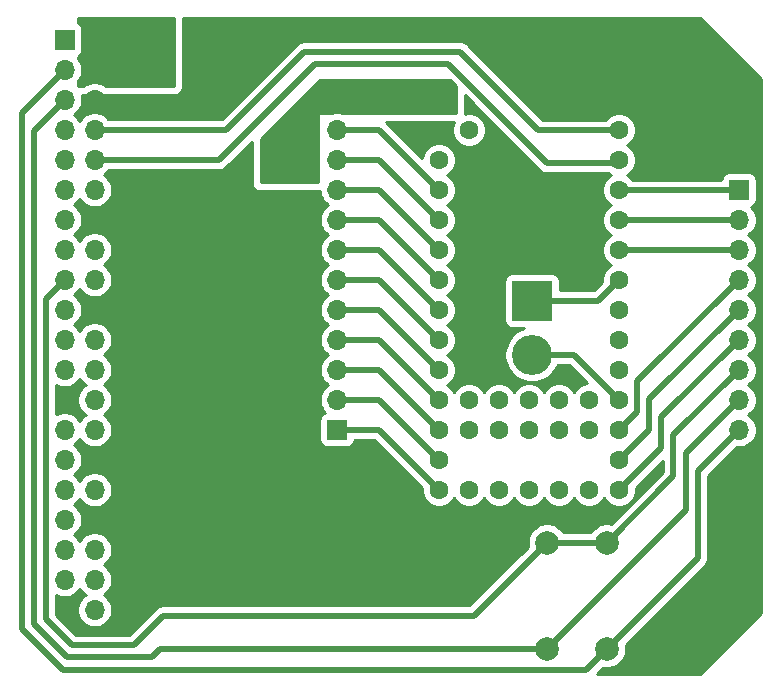
<source format=gbr>
%TF.GenerationSoftware,KiCad,Pcbnew,5.1.9-73d0e3b20d~88~ubuntu20.04.1*%
%TF.CreationDate,2021-04-22T17:01:53+00:00*%
%TF.ProjectId,RPHat,52504861-742e-46b6-9963-61645f706362,rev?*%
%TF.SameCoordinates,Original*%
%TF.FileFunction,Copper,L1,Top*%
%TF.FilePolarity,Positive*%
%FSLAX46Y46*%
G04 Gerber Fmt 4.6, Leading zero omitted, Abs format (unit mm)*
G04 Created by KiCad (PCBNEW 5.1.9-73d0e3b20d~88~ubuntu20.04.1) date 2021-04-22 17:01:53*
%MOMM*%
%LPD*%
G01*
G04 APERTURE LIST*
%TA.AperFunction,ComponentPad*%
%ADD10C,3.400000*%
%TD*%
%TA.AperFunction,ComponentPad*%
%ADD11R,3.400000X3.400000*%
%TD*%
%TA.AperFunction,ComponentPad*%
%ADD12C,1.600000*%
%TD*%
%TA.AperFunction,ComponentPad*%
%ADD13C,2.000000*%
%TD*%
%TA.AperFunction,ComponentPad*%
%ADD14O,1.700000X1.700000*%
%TD*%
%TA.AperFunction,ComponentPad*%
%ADD15R,1.700000X1.700000*%
%TD*%
%TA.AperFunction,Conductor*%
%ADD16C,0.508000*%
%TD*%
%TA.AperFunction,Conductor*%
%ADD17C,0.762000*%
%TD*%
%TA.AperFunction,Conductor*%
%ADD18C,0.254000*%
%TD*%
%TA.AperFunction,Conductor*%
%ADD19C,0.100000*%
%TD*%
G04 APERTURE END LIST*
D10*
%TO.P,REF\u002A\u002A,1*%
%TO.N,PWMrightWheel*%
X129794000Y-74930000D03*
%TD*%
D11*
%TO.P,REF\u002A\u002A,1*%
%TO.N,PWMLeftWheel*%
X129794000Y-70358000D03*
%TD*%
%TO.P,REF\u002A\u002A,1*%
%TO.N,GNDREF*%
X131318000Y-49784000D03*
%TD*%
%TO.P,REF\u002A\u002A,1*%
%TO.N,GNDREF*%
X129794000Y-64770000D03*
%TD*%
%TO.P,REF\u002A\u002A,1*%
%TO.N,GNDREF*%
X102362000Y-63754000D03*
%TD*%
%TO.P,REF\u002A\u002A,1*%
%TO.N,+5V*%
X109220000Y-58166000D03*
%TD*%
%TO.P,REF\u002A\u002A,1*%
%TO.N,+5V*%
X97536000Y-49784000D03*
%TD*%
D12*
%TO.P,U1,44*%
%TO.N,Net-(U1-Pad44)*%
X134620000Y-78765400D03*
%TO.P,U1,43*%
%TO.N,Net-(U1-Pad43)*%
X134620000Y-81305400D03*
%TO.P,U1,42*%
%TO.N,Net-(U1-Pad42)*%
X132080000Y-78765400D03*
%TO.P,U1,41*%
%TO.N,Net-(U1-Pad41)*%
X132080000Y-81305400D03*
%TO.P,U1,40*%
%TO.N,Net-(U1-Pad40)*%
X129540000Y-78765400D03*
%TO.P,U1,39*%
%TO.N,Net-(U1-Pad39)*%
X129540000Y-81305400D03*
%TO.P,U1,38*%
%TO.N,Net-(U1-Pad38)*%
X127000000Y-78765400D03*
%TO.P,U1,37*%
%TO.N,Net-(U1-Pad37)*%
X127000000Y-81305400D03*
%TO.P,U1,36*%
%TO.N,Net-(U1-Pad36)*%
X124460000Y-78765400D03*
%TO.P,U1,35*%
%TO.N,Net-(U1-Pad35)*%
X124460000Y-81305400D03*
%TO.P,U1,1*%
%TO.N,GNDREF*%
X137160000Y-53365400D03*
%TO.P,U1,2*%
%TO.N,Teensy_RX*%
X137160000Y-55905400D03*
%TO.P,U1,3*%
%TO.N,Teensy_TX*%
X137160000Y-58445400D03*
%TO.P,U1,4*%
%TO.N,pin2*%
X137160000Y-60985400D03*
%TO.P,U1,5*%
%TO.N,pin3*%
X137160000Y-63525400D03*
%TO.P,U1,6*%
%TO.N,pin4*%
X137160000Y-66065400D03*
%TO.P,U1,7*%
%TO.N,PWMLeftWheel*%
X137160000Y-68605400D03*
%TO.P,U1,8*%
%TO.N,pin6*%
X137160000Y-71145400D03*
%TO.P,U1,9*%
%TO.N,pin7*%
X137160000Y-73685400D03*
%TO.P,U1,10*%
%TO.N,pin8*%
X137160000Y-76225400D03*
%TO.P,U1,11*%
%TO.N,PWMrightWheel*%
X137160000Y-78765400D03*
%TO.P,U1,12*%
%TO.N,pin10*%
X137160000Y-81305400D03*
%TO.P,U1,13*%
%TO.N,pin11*%
X137160000Y-83845400D03*
%TO.P,U1,34*%
%TO.N,Net-(U1-Pad34)*%
X124460000Y-55905400D03*
D13*
%TO.P,U1,33*%
%TO.N,+5V*%
X121920000Y-53365400D03*
D12*
%TO.P,U1,32*%
%TO.N,GNDREF*%
X121920000Y-55905400D03*
%TO.P,U1,31*%
%TO.N,Net-(U1-Pad31)*%
X121920000Y-58445400D03*
%TO.P,U1,30*%
%TO.N,pin23*%
X121920000Y-60985400D03*
%TO.P,U1,29*%
%TO.N,pin22*%
X121920000Y-63525400D03*
%TO.P,U1,28*%
%TO.N,pin21*%
X121920000Y-66065400D03*
%TO.P,U1,27*%
%TO.N,pin20*%
X121920000Y-68605400D03*
%TO.P,U1,26*%
%TO.N,pin19*%
X121920000Y-71145400D03*
%TO.P,U1,25*%
%TO.N,pin18*%
X121920000Y-73685400D03*
%TO.P,U1,24*%
%TO.N,pin17*%
X121920000Y-76225400D03*
%TO.P,U1,23*%
%TO.N,pin16*%
X121920000Y-78765400D03*
%TO.P,U1,22*%
%TO.N,pin15*%
X121920000Y-81305400D03*
%TO.P,U1,21*%
%TO.N,pin14*%
X121920000Y-83845400D03*
%TO.P,U1,14*%
%TO.N,pin12*%
X137160000Y-86385400D03*
%TO.P,U1,15*%
%TO.N,Net-(U1-Pad15)*%
X134620000Y-86385400D03*
%TO.P,U1,16*%
%TO.N,Net-(U1-Pad16)*%
X132080000Y-86385400D03*
%TO.P,U1,20*%
%TO.N,pin13*%
X121920000Y-86385400D03*
%TO.P,U1,19*%
%TO.N,Net-(U1-Pad19)*%
X124460000Y-86385400D03*
%TO.P,U1,18*%
%TO.N,Net-(U1-Pad18)*%
X127000000Y-86385400D03*
%TO.P,U1,17*%
%TO.N,Net-(U1-Pad17)*%
X129540000Y-86385400D03*
%TD*%
D14*
%TO.P,J1,40*%
%TO.N,Net-(J1-Pad40)*%
X92760800Y-96520000D03*
%TO.P,J1,39*%
%TO.N,GNDREF*%
X90220800Y-96520000D03*
%TO.P,J1,38*%
%TO.N,Net-(J1-Pad38)*%
X92760800Y-93980000D03*
%TO.P,J1,37*%
%TO.N,Net-(J1-Pad37)*%
X90220800Y-93980000D03*
%TO.P,J1,36*%
%TO.N,Net-(J1-Pad36)*%
X92760800Y-91440000D03*
%TO.P,J1,35*%
%TO.N,Net-(J1-Pad35)*%
X90220800Y-91440000D03*
%TO.P,J1,34*%
%TO.N,GNDREF*%
X92760800Y-88900000D03*
%TO.P,J1,33*%
%TO.N,Net-(J1-Pad33)*%
X90220800Y-88900000D03*
%TO.P,J1,32*%
%TO.N,Net-(J1-Pad32)*%
X92760800Y-86360000D03*
%TO.P,J1,31*%
%TO.N,Net-(J1-Pad31)*%
X90220800Y-86360000D03*
%TO.P,J1,30*%
%TO.N,GNDREF*%
X92760800Y-83820000D03*
%TO.P,J1,29*%
%TO.N,Net-(J1-Pad29)*%
X90220800Y-83820000D03*
%TO.P,J1,28*%
%TO.N,Net-(J1-Pad28)*%
X92760800Y-81280000D03*
%TO.P,J1,27*%
%TO.N,Net-(J1-Pad27)*%
X90220800Y-81280000D03*
%TO.P,J1,26*%
%TO.N,Net-(J1-Pad26)*%
X92760800Y-78740000D03*
%TO.P,J1,25*%
%TO.N,GNDREF*%
X90220800Y-78740000D03*
%TO.P,J1,24*%
%TO.N,Net-(J1-Pad24)*%
X92760800Y-76200000D03*
%TO.P,J1,23*%
%TO.N,Net-(J1-Pad23)*%
X90220800Y-76200000D03*
%TO.P,J1,22*%
%TO.N,Net-(J1-Pad22)*%
X92760800Y-73660000D03*
%TO.P,J1,21*%
%TO.N,Net-(J1-Pad21)*%
X90220800Y-73660000D03*
%TO.P,J1,20*%
%TO.N,GNDREF*%
X92760800Y-71120000D03*
%TO.P,J1,19*%
%TO.N,Net-(J1-Pad19)*%
X90220800Y-71120000D03*
%TO.P,J1,18*%
%TO.N,Net-(J1-Pad18)*%
X92760800Y-68580000D03*
%TO.P,J1,17*%
%TO.N,+3V3*%
X90220800Y-68580000D03*
%TO.P,J1,16*%
%TO.N,Net-(J1-Pad16)*%
X92760800Y-66040000D03*
%TO.P,J1,15*%
%TO.N,Net-(J1-Pad15)*%
X90220800Y-66040000D03*
%TO.P,J1,14*%
%TO.N,GNDREF*%
X92760800Y-63500000D03*
%TO.P,J1,13*%
%TO.N,Net-(J1-Pad13)*%
X90220800Y-63500000D03*
%TO.P,J1,12*%
%TO.N,Net-(J1-Pad12)*%
X92760800Y-60960000D03*
%TO.P,J1,11*%
%TO.N,Net-(J1-Pad11)*%
X90220800Y-60960000D03*
%TO.P,J1,10*%
%TO.N,Teensy_TX*%
X92760800Y-58420000D03*
%TO.P,J1,9*%
%TO.N,N/C*%
X90220800Y-58420000D03*
%TO.P,J1,8*%
%TO.N,Teensy_RX*%
X92760800Y-55880000D03*
%TO.P,J1,7*%
%TO.N,Net-(J1-Pad7)*%
X90220800Y-55880000D03*
%TO.P,J1,6*%
%TO.N,GNDREF*%
X92760800Y-53340000D03*
%TO.P,J1,5*%
%TO.N,SCL*%
X90220800Y-53340000D03*
%TO.P,J1,4*%
%TO.N,+5V*%
X92760800Y-50800000D03*
%TO.P,J1,3*%
%TO.N,SDA*%
X90220800Y-50800000D03*
%TO.P,J1,2*%
%TO.N,+5V*%
X92760800Y-48260000D03*
D15*
%TO.P,J1,1*%
%TO.N,+3V3*%
X90220800Y-48260000D03*
%TD*%
%TO.P,J3,1*%
%TO.N,pin13*%
X113284000Y-81280000D03*
D14*
%TO.P,J3,2*%
%TO.N,pin14*%
X113284000Y-78740000D03*
%TO.P,J3,3*%
%TO.N,pin15*%
X113284000Y-76200000D03*
%TO.P,J3,4*%
%TO.N,pin16*%
X113284000Y-73660000D03*
%TO.P,J3,5*%
%TO.N,pin17*%
X113284000Y-71120000D03*
%TO.P,J3,6*%
%TO.N,pin18*%
X113284000Y-68580000D03*
%TO.P,J3,7*%
%TO.N,pin19*%
X113284000Y-66040000D03*
%TO.P,J3,8*%
%TO.N,pin20*%
X113284000Y-63500000D03*
%TO.P,J3,9*%
%TO.N,pin21*%
X113284000Y-60960000D03*
%TO.P,J3,10*%
%TO.N,pin22*%
X113284000Y-58420000D03*
%TO.P,J3,11*%
%TO.N,pin23*%
X113284000Y-55880000D03*
%TO.P,J3,12*%
%TO.N,+5V*%
X113284000Y-53340000D03*
%TD*%
D11*
%TO.P,REF\u002A\u002A,1*%
%TO.N,GNDREF*%
X103378000Y-49530000D03*
%TD*%
D14*
%TO.P,J2,12*%
%TO.N,GNDREF*%
X147320000Y-88900000D03*
%TO.P,J2,11*%
X147320000Y-86360000D03*
%TO.P,J2,10*%
X147320000Y-83820000D03*
%TO.P,J2,9*%
%TO.N,SDA*%
X147320000Y-81280000D03*
%TO.P,J2,8*%
%TO.N,SCL*%
X147320000Y-78740000D03*
%TO.P,J2,7*%
%TO.N,+3V3*%
X147320000Y-76200000D03*
%TO.P,J2,6*%
%TO.N,pin12*%
X147320000Y-73660000D03*
%TO.P,J2,5*%
%TO.N,pin11*%
X147320000Y-71120000D03*
%TO.P,J2,4*%
%TO.N,pin10*%
X147320000Y-68580000D03*
%TO.P,J2,3*%
%TO.N,pin4*%
X147320000Y-66040000D03*
%TO.P,J2,2*%
%TO.N,pin3*%
X147320000Y-63500000D03*
D15*
%TO.P,J2,1*%
%TO.N,pin2*%
X147320000Y-60960000D03*
%TD*%
D13*
%TO.P,R2,2*%
%TO.N,SDA*%
X136144000Y-99822000D03*
%TO.P,R2,1*%
%TO.N,+3V3*%
X136144000Y-90822000D03*
%TD*%
%TO.P,R1,2*%
%TO.N,SCL*%
X131064000Y-99822000D03*
%TO.P,R1,1*%
%TO.N,+3V3*%
X131064000Y-90822000D03*
%TD*%
D16*
%TO.N,+3V3*%
X88608799Y-70192001D02*
X90220800Y-68580000D01*
X88608799Y-97293761D02*
X88608799Y-70192001D01*
X90844039Y-99529001D02*
X88608799Y-97293761D01*
X96050999Y-99529001D02*
X90844039Y-99529001D01*
D17*
%TO.N,GNDREF*%
X137414000Y-53594000D02*
X137160000Y-53340000D01*
D16*
%TO.N,Teensy_RX*%
X123698000Y-49276000D02*
X130327400Y-55905400D01*
X110490000Y-49276000D02*
X123698000Y-49276000D01*
X130327400Y-55905400D02*
X137160000Y-55905400D01*
X103886000Y-55880000D02*
X110490000Y-49276000D01*
X92760800Y-55880000D02*
X103886000Y-55880000D01*
%TO.N,+3V3*%
X131064000Y-90822000D02*
X136144000Y-90822000D01*
X96050999Y-99529001D02*
X98552000Y-97028000D01*
X124858000Y-97028000D02*
X131064000Y-90822000D01*
X98552000Y-97028000D02*
X124858000Y-97028000D01*
X141770031Y-85195969D02*
X136144000Y-90822000D01*
X141770031Y-81749969D02*
X141770031Y-85195969D01*
X147320000Y-76200000D02*
X141770031Y-81749969D01*
%TO.N,Teensy_TX*%
X136931762Y-58673638D02*
X137160000Y-58445400D01*
X131063638Y-58673638D02*
X136931762Y-58673638D01*
X111379000Y-50292000D02*
X122682000Y-50292000D01*
X122682000Y-50292000D02*
X131063638Y-58673638D01*
X103251000Y-58420000D02*
X111379000Y-50292000D01*
X92760800Y-58420000D02*
X103251000Y-58420000D01*
D17*
%TO.N,+5V*%
X113309400Y-53365400D02*
X113284000Y-53340000D01*
D16*
%TO.N,SCL*%
X87592789Y-55968011D02*
X90220800Y-53340000D01*
X90423194Y-100545011D02*
X87592789Y-97714606D01*
X87592789Y-97714606D02*
X87592789Y-55968011D01*
X97574989Y-100545011D02*
X90423194Y-100545011D01*
X142786041Y-88099959D02*
X131064000Y-99822000D01*
X142786041Y-83273959D02*
X142786041Y-88099959D01*
X147320000Y-78740000D02*
X142786041Y-83273959D01*
X98298000Y-99822000D02*
X97574989Y-100545011D01*
X131064000Y-99822000D02*
X98298000Y-99822000D01*
%TO.N,SDA*%
X146812000Y-81280000D02*
X147320000Y-81280000D01*
X143802051Y-92163949D02*
X136144000Y-99822000D01*
X143802051Y-84797949D02*
X143802051Y-92163949D01*
X147320000Y-81280000D02*
X143802051Y-84797949D01*
X134366000Y-101600000D02*
X136144000Y-99822000D01*
X90041328Y-101600000D02*
X134366000Y-101600000D01*
X86576779Y-98135451D02*
X90041328Y-101600000D01*
X86576779Y-54444021D02*
X86576779Y-98135451D01*
X90220800Y-50800000D02*
X86576779Y-54444021D01*
%TO.N,pin12*%
X140754021Y-80225979D02*
X147320000Y-73660000D01*
X140754021Y-82791379D02*
X140754021Y-80225979D01*
X137160000Y-86385400D02*
X140754021Y-82791379D01*
%TO.N,pin11*%
X139738011Y-78701989D02*
X147320000Y-71120000D01*
X139738011Y-81267389D02*
X139738011Y-78701989D01*
X137160000Y-83845400D02*
X139738011Y-81267389D01*
%TO.N,pin10*%
X138722001Y-77177999D02*
X147320000Y-68580000D01*
X138722001Y-79743399D02*
X138722001Y-77177999D01*
X137160000Y-81305400D02*
X138722001Y-79743399D01*
%TO.N,pin4*%
X147294600Y-66065400D02*
X147320000Y-66040000D01*
X137160000Y-66065400D02*
X147294600Y-66065400D01*
%TO.N,pin3*%
X147294600Y-63525400D02*
X147320000Y-63500000D01*
X137160000Y-63525400D02*
X147294600Y-63525400D01*
%TO.N,pin2*%
X147294600Y-60985400D02*
X147320000Y-60960000D01*
X137160000Y-60985400D02*
X147294600Y-60985400D01*
%TO.N,pin23*%
X116814600Y-55880000D02*
X121920000Y-60985400D01*
X113284000Y-55880000D02*
X116814600Y-55880000D01*
%TO.N,pin22*%
X116814600Y-58420000D02*
X121920000Y-63525400D01*
X113284000Y-58420000D02*
X116814600Y-58420000D01*
%TO.N,pin21*%
X116814600Y-60960000D02*
X121920000Y-66065400D01*
X113284000Y-60960000D02*
X116814600Y-60960000D01*
%TO.N,pin20*%
X116814600Y-63500000D02*
X121920000Y-68605400D01*
X113284000Y-63500000D02*
X116814600Y-63500000D01*
%TO.N,pin19*%
X116814600Y-66040000D02*
X121920000Y-71145400D01*
X113284000Y-66040000D02*
X116814600Y-66040000D01*
%TO.N,pin18*%
X116814600Y-68580000D02*
X121920000Y-73685400D01*
X113284000Y-68580000D02*
X116814600Y-68580000D01*
%TO.N,pin17*%
X116814600Y-71120000D02*
X121920000Y-76225400D01*
X113284000Y-71120000D02*
X116814600Y-71120000D01*
%TO.N,pin16*%
X116814600Y-73660000D02*
X121920000Y-78765400D01*
X113284000Y-73660000D02*
X116814600Y-73660000D01*
%TO.N,pin15*%
X116814600Y-76200000D02*
X121920000Y-81305400D01*
X113284000Y-76200000D02*
X116814600Y-76200000D01*
%TO.N,pin14*%
X116814600Y-78740000D02*
X121920000Y-83845400D01*
X113284000Y-78740000D02*
X116814600Y-78740000D01*
%TO.N,pin13*%
X116814600Y-81280000D02*
X121920000Y-86385400D01*
X113284000Y-81280000D02*
X116814600Y-81280000D01*
%TO.N,PWMLeftWheel*%
X135407400Y-70358000D02*
X137160000Y-68605400D01*
X129794000Y-70358000D02*
X135407400Y-70358000D01*
%TO.N,PWMrightWheel*%
X133324600Y-74930000D02*
X137160000Y-78765400D01*
X129794000Y-74930000D02*
X133324600Y-74930000D01*
%TD*%
D18*
%TO.N,+5V*%
X99441000Y-52197000D02*
X93717907Y-52197000D01*
X93707432Y-52186525D01*
X93464211Y-52024010D01*
X93193958Y-51912068D01*
X92907060Y-51855000D01*
X92614540Y-51855000D01*
X92327642Y-51912068D01*
X92057389Y-52024010D01*
X91814168Y-52186525D01*
X91803693Y-52197000D01*
X91313000Y-52197000D01*
X91313000Y-51807907D01*
X91374275Y-51746632D01*
X91536790Y-51503411D01*
X91648732Y-51233158D01*
X91705800Y-50946260D01*
X91705800Y-50653740D01*
X91648732Y-50366842D01*
X91536790Y-50096589D01*
X91374275Y-49853368D01*
X91313000Y-49792093D01*
X91313000Y-49700103D01*
X91314980Y-49699502D01*
X91425294Y-49640537D01*
X91521985Y-49561185D01*
X91601337Y-49464494D01*
X91660302Y-49354180D01*
X91696612Y-49234482D01*
X91708872Y-49110000D01*
X91708872Y-47410000D01*
X91696612Y-47285518D01*
X91660302Y-47165820D01*
X91601337Y-47055506D01*
X91521985Y-46958815D01*
X91425294Y-46879463D01*
X91314980Y-46820498D01*
X91313000Y-46819897D01*
X91313000Y-46380000D01*
X99441000Y-46380000D01*
X99441000Y-52197000D01*
%TA.AperFunction,Conductor*%
D19*
G36*
X99441000Y-52197000D02*
G01*
X93717907Y-52197000D01*
X93707432Y-52186525D01*
X93464211Y-52024010D01*
X93193958Y-51912068D01*
X92907060Y-51855000D01*
X92614540Y-51855000D01*
X92327642Y-51912068D01*
X92057389Y-52024010D01*
X91814168Y-52186525D01*
X91803693Y-52197000D01*
X91313000Y-52197000D01*
X91313000Y-51807907D01*
X91374275Y-51746632D01*
X91536790Y-51503411D01*
X91648732Y-51233158D01*
X91705800Y-50946260D01*
X91705800Y-50653740D01*
X91648732Y-50366842D01*
X91536790Y-50096589D01*
X91374275Y-49853368D01*
X91313000Y-49792093D01*
X91313000Y-49700103D01*
X91314980Y-49699502D01*
X91425294Y-49640537D01*
X91521985Y-49561185D01*
X91601337Y-49464494D01*
X91660302Y-49354180D01*
X91696612Y-49234482D01*
X91708872Y-49110000D01*
X91708872Y-47410000D01*
X91696612Y-47285518D01*
X91660302Y-47165820D01*
X91601337Y-47055506D01*
X91521985Y-46958815D01*
X91425294Y-46879463D01*
X91314980Y-46820498D01*
X91313000Y-46819897D01*
X91313000Y-46380000D01*
X99441000Y-46380000D01*
X99441000Y-52197000D01*
G37*
%TD.AperFunction*%
%TD*%
D18*
%TO.N,GNDREF*%
X149200001Y-51581382D02*
X149200000Y-96754619D01*
X143998620Y-101956000D01*
X135267235Y-101956000D01*
X135802193Y-101421042D01*
X135982967Y-101457000D01*
X136305033Y-101457000D01*
X136620912Y-101394168D01*
X136918463Y-101270918D01*
X137186252Y-101091987D01*
X137413987Y-100864252D01*
X137592918Y-100596463D01*
X137716168Y-100298912D01*
X137779000Y-99983033D01*
X137779000Y-99660967D01*
X137743042Y-99480193D01*
X144399793Y-92823443D01*
X144433710Y-92795608D01*
X144544804Y-92660240D01*
X144627354Y-92505800D01*
X144678187Y-92338223D01*
X144691051Y-92207616D01*
X144695352Y-92163949D01*
X144691051Y-92120281D01*
X144691051Y-85166184D01*
X147105758Y-82751477D01*
X147173740Y-82765000D01*
X147466260Y-82765000D01*
X147753158Y-82707932D01*
X148023411Y-82595990D01*
X148266632Y-82433475D01*
X148473475Y-82226632D01*
X148635990Y-81983411D01*
X148747932Y-81713158D01*
X148805000Y-81426260D01*
X148805000Y-81133740D01*
X148747932Y-80846842D01*
X148635990Y-80576589D01*
X148473475Y-80333368D01*
X148266632Y-80126525D01*
X148092240Y-80010000D01*
X148266632Y-79893475D01*
X148473475Y-79686632D01*
X148635990Y-79443411D01*
X148747932Y-79173158D01*
X148805000Y-78886260D01*
X148805000Y-78593740D01*
X148747932Y-78306842D01*
X148635990Y-78036589D01*
X148473475Y-77793368D01*
X148266632Y-77586525D01*
X148092240Y-77470000D01*
X148266632Y-77353475D01*
X148473475Y-77146632D01*
X148635990Y-76903411D01*
X148747932Y-76633158D01*
X148805000Y-76346260D01*
X148805000Y-76053740D01*
X148747932Y-75766842D01*
X148635990Y-75496589D01*
X148473475Y-75253368D01*
X148266632Y-75046525D01*
X148092240Y-74930000D01*
X148266632Y-74813475D01*
X148473475Y-74606632D01*
X148635990Y-74363411D01*
X148747932Y-74093158D01*
X148805000Y-73806260D01*
X148805000Y-73513740D01*
X148747932Y-73226842D01*
X148635990Y-72956589D01*
X148473475Y-72713368D01*
X148266632Y-72506525D01*
X148092240Y-72390000D01*
X148266632Y-72273475D01*
X148473475Y-72066632D01*
X148635990Y-71823411D01*
X148747932Y-71553158D01*
X148805000Y-71266260D01*
X148805000Y-70973740D01*
X148747932Y-70686842D01*
X148635990Y-70416589D01*
X148473475Y-70173368D01*
X148266632Y-69966525D01*
X148092240Y-69850000D01*
X148266632Y-69733475D01*
X148473475Y-69526632D01*
X148635990Y-69283411D01*
X148747932Y-69013158D01*
X148805000Y-68726260D01*
X148805000Y-68433740D01*
X148747932Y-68146842D01*
X148635990Y-67876589D01*
X148473475Y-67633368D01*
X148266632Y-67426525D01*
X148092240Y-67310000D01*
X148266632Y-67193475D01*
X148473475Y-66986632D01*
X148635990Y-66743411D01*
X148747932Y-66473158D01*
X148805000Y-66186260D01*
X148805000Y-65893740D01*
X148747932Y-65606842D01*
X148635990Y-65336589D01*
X148473475Y-65093368D01*
X148266632Y-64886525D01*
X148092240Y-64770000D01*
X148266632Y-64653475D01*
X148473475Y-64446632D01*
X148635990Y-64203411D01*
X148747932Y-63933158D01*
X148805000Y-63646260D01*
X148805000Y-63353740D01*
X148747932Y-63066842D01*
X148635990Y-62796589D01*
X148473475Y-62553368D01*
X148341620Y-62421513D01*
X148414180Y-62399502D01*
X148524494Y-62340537D01*
X148621185Y-62261185D01*
X148700537Y-62164494D01*
X148759502Y-62054180D01*
X148795812Y-61934482D01*
X148808072Y-61810000D01*
X148808072Y-60110000D01*
X148795812Y-59985518D01*
X148759502Y-59865820D01*
X148700537Y-59755506D01*
X148621185Y-59658815D01*
X148524494Y-59579463D01*
X148414180Y-59520498D01*
X148294482Y-59484188D01*
X148170000Y-59471928D01*
X146470000Y-59471928D01*
X146345518Y-59484188D01*
X146225820Y-59520498D01*
X146115506Y-59579463D01*
X146018815Y-59658815D01*
X145939463Y-59755506D01*
X145880498Y-59865820D01*
X145844188Y-59985518D01*
X145833267Y-60096400D01*
X138291849Y-60096400D01*
X138274637Y-60070641D01*
X138074759Y-59870763D01*
X137842241Y-59715400D01*
X138074759Y-59560037D01*
X138274637Y-59360159D01*
X138431680Y-59125127D01*
X138539853Y-58863974D01*
X138595000Y-58586735D01*
X138595000Y-58304065D01*
X138539853Y-58026826D01*
X138431680Y-57765673D01*
X138274637Y-57530641D01*
X138074759Y-57330763D01*
X137842241Y-57175400D01*
X138074759Y-57020037D01*
X138274637Y-56820159D01*
X138431680Y-56585127D01*
X138539853Y-56323974D01*
X138595000Y-56046735D01*
X138595000Y-55764065D01*
X138539853Y-55486826D01*
X138431680Y-55225673D01*
X138274637Y-54990641D01*
X138074759Y-54790763D01*
X137839727Y-54633720D01*
X137578574Y-54525547D01*
X137301335Y-54470400D01*
X137018665Y-54470400D01*
X136741426Y-54525547D01*
X136480273Y-54633720D01*
X136245241Y-54790763D01*
X136045363Y-54990641D01*
X136028151Y-55016400D01*
X130695635Y-55016400D01*
X124357499Y-48678264D01*
X124329659Y-48644341D01*
X124194291Y-48533247D01*
X124039851Y-48450697D01*
X123872274Y-48399864D01*
X123741667Y-48387000D01*
X123741660Y-48387000D01*
X123698000Y-48382700D01*
X123654340Y-48387000D01*
X110533659Y-48387000D01*
X110489999Y-48382700D01*
X110446339Y-48387000D01*
X110446333Y-48387000D01*
X110348924Y-48396594D01*
X110315724Y-48399864D01*
X110214058Y-48430704D01*
X110148149Y-48450697D01*
X109993709Y-48533247D01*
X109858341Y-48644341D01*
X109830501Y-48678264D01*
X103517765Y-54991000D01*
X93952783Y-54991000D01*
X93914275Y-54933368D01*
X93707432Y-54726525D01*
X93464211Y-54564010D01*
X93193958Y-54452068D01*
X92907060Y-54395000D01*
X92614540Y-54395000D01*
X92327642Y-54452068D01*
X92057389Y-54564010D01*
X91814168Y-54726525D01*
X91607325Y-54933368D01*
X91490800Y-55107760D01*
X91374275Y-54933368D01*
X91167432Y-54726525D01*
X90993040Y-54610000D01*
X91167432Y-54493475D01*
X91374275Y-54286632D01*
X91536790Y-54043411D01*
X91648732Y-53773158D01*
X91705800Y-53486260D01*
X91705800Y-53193740D01*
X91659107Y-52959000D01*
X99568000Y-52959000D01*
X99691882Y-52946799D01*
X99811004Y-52910664D01*
X99920787Y-52851983D01*
X100017013Y-52773013D01*
X100095983Y-52676787D01*
X100154664Y-52567004D01*
X100190799Y-52447882D01*
X100203000Y-52324000D01*
X100203000Y-46380000D01*
X143998620Y-46380000D01*
X149200001Y-51581382D01*
%TA.AperFunction,Conductor*%
D19*
G36*
X149200001Y-51581382D02*
G01*
X149200000Y-96754619D01*
X143998620Y-101956000D01*
X135267235Y-101956000D01*
X135802193Y-101421042D01*
X135982967Y-101457000D01*
X136305033Y-101457000D01*
X136620912Y-101394168D01*
X136918463Y-101270918D01*
X137186252Y-101091987D01*
X137413987Y-100864252D01*
X137592918Y-100596463D01*
X137716168Y-100298912D01*
X137779000Y-99983033D01*
X137779000Y-99660967D01*
X137743042Y-99480193D01*
X144399793Y-92823443D01*
X144433710Y-92795608D01*
X144544804Y-92660240D01*
X144627354Y-92505800D01*
X144678187Y-92338223D01*
X144691051Y-92207616D01*
X144695352Y-92163949D01*
X144691051Y-92120281D01*
X144691051Y-85166184D01*
X147105758Y-82751477D01*
X147173740Y-82765000D01*
X147466260Y-82765000D01*
X147753158Y-82707932D01*
X148023411Y-82595990D01*
X148266632Y-82433475D01*
X148473475Y-82226632D01*
X148635990Y-81983411D01*
X148747932Y-81713158D01*
X148805000Y-81426260D01*
X148805000Y-81133740D01*
X148747932Y-80846842D01*
X148635990Y-80576589D01*
X148473475Y-80333368D01*
X148266632Y-80126525D01*
X148092240Y-80010000D01*
X148266632Y-79893475D01*
X148473475Y-79686632D01*
X148635990Y-79443411D01*
X148747932Y-79173158D01*
X148805000Y-78886260D01*
X148805000Y-78593740D01*
X148747932Y-78306842D01*
X148635990Y-78036589D01*
X148473475Y-77793368D01*
X148266632Y-77586525D01*
X148092240Y-77470000D01*
X148266632Y-77353475D01*
X148473475Y-77146632D01*
X148635990Y-76903411D01*
X148747932Y-76633158D01*
X148805000Y-76346260D01*
X148805000Y-76053740D01*
X148747932Y-75766842D01*
X148635990Y-75496589D01*
X148473475Y-75253368D01*
X148266632Y-75046525D01*
X148092240Y-74930000D01*
X148266632Y-74813475D01*
X148473475Y-74606632D01*
X148635990Y-74363411D01*
X148747932Y-74093158D01*
X148805000Y-73806260D01*
X148805000Y-73513740D01*
X148747932Y-73226842D01*
X148635990Y-72956589D01*
X148473475Y-72713368D01*
X148266632Y-72506525D01*
X148092240Y-72390000D01*
X148266632Y-72273475D01*
X148473475Y-72066632D01*
X148635990Y-71823411D01*
X148747932Y-71553158D01*
X148805000Y-71266260D01*
X148805000Y-70973740D01*
X148747932Y-70686842D01*
X148635990Y-70416589D01*
X148473475Y-70173368D01*
X148266632Y-69966525D01*
X148092240Y-69850000D01*
X148266632Y-69733475D01*
X148473475Y-69526632D01*
X148635990Y-69283411D01*
X148747932Y-69013158D01*
X148805000Y-68726260D01*
X148805000Y-68433740D01*
X148747932Y-68146842D01*
X148635990Y-67876589D01*
X148473475Y-67633368D01*
X148266632Y-67426525D01*
X148092240Y-67310000D01*
X148266632Y-67193475D01*
X148473475Y-66986632D01*
X148635990Y-66743411D01*
X148747932Y-66473158D01*
X148805000Y-66186260D01*
X148805000Y-65893740D01*
X148747932Y-65606842D01*
X148635990Y-65336589D01*
X148473475Y-65093368D01*
X148266632Y-64886525D01*
X148092240Y-64770000D01*
X148266632Y-64653475D01*
X148473475Y-64446632D01*
X148635990Y-64203411D01*
X148747932Y-63933158D01*
X148805000Y-63646260D01*
X148805000Y-63353740D01*
X148747932Y-63066842D01*
X148635990Y-62796589D01*
X148473475Y-62553368D01*
X148341620Y-62421513D01*
X148414180Y-62399502D01*
X148524494Y-62340537D01*
X148621185Y-62261185D01*
X148700537Y-62164494D01*
X148759502Y-62054180D01*
X148795812Y-61934482D01*
X148808072Y-61810000D01*
X148808072Y-60110000D01*
X148795812Y-59985518D01*
X148759502Y-59865820D01*
X148700537Y-59755506D01*
X148621185Y-59658815D01*
X148524494Y-59579463D01*
X148414180Y-59520498D01*
X148294482Y-59484188D01*
X148170000Y-59471928D01*
X146470000Y-59471928D01*
X146345518Y-59484188D01*
X146225820Y-59520498D01*
X146115506Y-59579463D01*
X146018815Y-59658815D01*
X145939463Y-59755506D01*
X145880498Y-59865820D01*
X145844188Y-59985518D01*
X145833267Y-60096400D01*
X138291849Y-60096400D01*
X138274637Y-60070641D01*
X138074759Y-59870763D01*
X137842241Y-59715400D01*
X138074759Y-59560037D01*
X138274637Y-59360159D01*
X138431680Y-59125127D01*
X138539853Y-58863974D01*
X138595000Y-58586735D01*
X138595000Y-58304065D01*
X138539853Y-58026826D01*
X138431680Y-57765673D01*
X138274637Y-57530641D01*
X138074759Y-57330763D01*
X137842241Y-57175400D01*
X138074759Y-57020037D01*
X138274637Y-56820159D01*
X138431680Y-56585127D01*
X138539853Y-56323974D01*
X138595000Y-56046735D01*
X138595000Y-55764065D01*
X138539853Y-55486826D01*
X138431680Y-55225673D01*
X138274637Y-54990641D01*
X138074759Y-54790763D01*
X137839727Y-54633720D01*
X137578574Y-54525547D01*
X137301335Y-54470400D01*
X137018665Y-54470400D01*
X136741426Y-54525547D01*
X136480273Y-54633720D01*
X136245241Y-54790763D01*
X136045363Y-54990641D01*
X136028151Y-55016400D01*
X130695635Y-55016400D01*
X124357499Y-48678264D01*
X124329659Y-48644341D01*
X124194291Y-48533247D01*
X124039851Y-48450697D01*
X123872274Y-48399864D01*
X123741667Y-48387000D01*
X123741660Y-48387000D01*
X123698000Y-48382700D01*
X123654340Y-48387000D01*
X110533659Y-48387000D01*
X110489999Y-48382700D01*
X110446339Y-48387000D01*
X110446333Y-48387000D01*
X110348924Y-48396594D01*
X110315724Y-48399864D01*
X110214058Y-48430704D01*
X110148149Y-48450697D01*
X109993709Y-48533247D01*
X109858341Y-48644341D01*
X109830501Y-48678264D01*
X103517765Y-54991000D01*
X93952783Y-54991000D01*
X93914275Y-54933368D01*
X93707432Y-54726525D01*
X93464211Y-54564010D01*
X93193958Y-54452068D01*
X92907060Y-54395000D01*
X92614540Y-54395000D01*
X92327642Y-54452068D01*
X92057389Y-54564010D01*
X91814168Y-54726525D01*
X91607325Y-54933368D01*
X91490800Y-55107760D01*
X91374275Y-54933368D01*
X91167432Y-54726525D01*
X90993040Y-54610000D01*
X91167432Y-54493475D01*
X91374275Y-54286632D01*
X91536790Y-54043411D01*
X91648732Y-53773158D01*
X91705800Y-53486260D01*
X91705800Y-53193740D01*
X91659107Y-52959000D01*
X99568000Y-52959000D01*
X99691882Y-52946799D01*
X99811004Y-52910664D01*
X99920787Y-52851983D01*
X100017013Y-52773013D01*
X100095983Y-52676787D01*
X100154664Y-52567004D01*
X100190799Y-52447882D01*
X100203000Y-52324000D01*
X100203000Y-46380000D01*
X143998620Y-46380000D01*
X149200001Y-51581382D01*
G37*
%TD.AperFunction*%
D18*
X106045000Y-60452000D02*
X106057201Y-60575882D01*
X106093336Y-60695004D01*
X106152017Y-60804787D01*
X106230987Y-60901013D01*
X106327213Y-60979983D01*
X106436996Y-61038664D01*
X106556118Y-61074799D01*
X106680000Y-61087000D01*
X111760000Y-61087000D01*
X111799000Y-61083159D01*
X111799000Y-61106260D01*
X111856068Y-61393158D01*
X111968010Y-61663411D01*
X112130525Y-61906632D01*
X112337368Y-62113475D01*
X112511760Y-62230000D01*
X112337368Y-62346525D01*
X112130525Y-62553368D01*
X111968010Y-62796589D01*
X111856068Y-63066842D01*
X111799000Y-63353740D01*
X111799000Y-63646260D01*
X111856068Y-63933158D01*
X111968010Y-64203411D01*
X112130525Y-64446632D01*
X112337368Y-64653475D01*
X112511760Y-64770000D01*
X112337368Y-64886525D01*
X112130525Y-65093368D01*
X111968010Y-65336589D01*
X111856068Y-65606842D01*
X111799000Y-65893740D01*
X111799000Y-66186260D01*
X111856068Y-66473158D01*
X111968010Y-66743411D01*
X112130525Y-66986632D01*
X112337368Y-67193475D01*
X112511760Y-67310000D01*
X112337368Y-67426525D01*
X112130525Y-67633368D01*
X111968010Y-67876589D01*
X111856068Y-68146842D01*
X111799000Y-68433740D01*
X111799000Y-68726260D01*
X111856068Y-69013158D01*
X111968010Y-69283411D01*
X112130525Y-69526632D01*
X112337368Y-69733475D01*
X112511760Y-69850000D01*
X112337368Y-69966525D01*
X112130525Y-70173368D01*
X111968010Y-70416589D01*
X111856068Y-70686842D01*
X111799000Y-70973740D01*
X111799000Y-71266260D01*
X111856068Y-71553158D01*
X111968010Y-71823411D01*
X112130525Y-72066632D01*
X112337368Y-72273475D01*
X112511760Y-72390000D01*
X112337368Y-72506525D01*
X112130525Y-72713368D01*
X111968010Y-72956589D01*
X111856068Y-73226842D01*
X111799000Y-73513740D01*
X111799000Y-73806260D01*
X111856068Y-74093158D01*
X111968010Y-74363411D01*
X112130525Y-74606632D01*
X112337368Y-74813475D01*
X112511760Y-74930000D01*
X112337368Y-75046525D01*
X112130525Y-75253368D01*
X111968010Y-75496589D01*
X111856068Y-75766842D01*
X111799000Y-76053740D01*
X111799000Y-76346260D01*
X111856068Y-76633158D01*
X111968010Y-76903411D01*
X112130525Y-77146632D01*
X112337368Y-77353475D01*
X112511760Y-77470000D01*
X112337368Y-77586525D01*
X112130525Y-77793368D01*
X111968010Y-78036589D01*
X111856068Y-78306842D01*
X111799000Y-78593740D01*
X111799000Y-78886260D01*
X111856068Y-79173158D01*
X111968010Y-79443411D01*
X112130525Y-79686632D01*
X112262380Y-79818487D01*
X112189820Y-79840498D01*
X112079506Y-79899463D01*
X111982815Y-79978815D01*
X111903463Y-80075506D01*
X111844498Y-80185820D01*
X111808188Y-80305518D01*
X111795928Y-80430000D01*
X111795928Y-82130000D01*
X111808188Y-82254482D01*
X111844498Y-82374180D01*
X111903463Y-82484494D01*
X111982815Y-82581185D01*
X112079506Y-82660537D01*
X112189820Y-82719502D01*
X112309518Y-82755812D01*
X112434000Y-82768072D01*
X114134000Y-82768072D01*
X114258482Y-82755812D01*
X114378180Y-82719502D01*
X114488494Y-82660537D01*
X114585185Y-82581185D01*
X114664537Y-82484494D01*
X114723502Y-82374180D01*
X114759812Y-82254482D01*
X114768231Y-82169000D01*
X116446365Y-82169000D01*
X120491044Y-86213680D01*
X120485000Y-86244065D01*
X120485000Y-86526735D01*
X120540147Y-86803974D01*
X120648320Y-87065127D01*
X120805363Y-87300159D01*
X121005241Y-87500037D01*
X121240273Y-87657080D01*
X121501426Y-87765253D01*
X121778665Y-87820400D01*
X122061335Y-87820400D01*
X122338574Y-87765253D01*
X122599727Y-87657080D01*
X122834759Y-87500037D01*
X123034637Y-87300159D01*
X123190000Y-87067641D01*
X123345363Y-87300159D01*
X123545241Y-87500037D01*
X123780273Y-87657080D01*
X124041426Y-87765253D01*
X124318665Y-87820400D01*
X124601335Y-87820400D01*
X124878574Y-87765253D01*
X125139727Y-87657080D01*
X125374759Y-87500037D01*
X125574637Y-87300159D01*
X125730000Y-87067641D01*
X125885363Y-87300159D01*
X126085241Y-87500037D01*
X126320273Y-87657080D01*
X126581426Y-87765253D01*
X126858665Y-87820400D01*
X127141335Y-87820400D01*
X127418574Y-87765253D01*
X127679727Y-87657080D01*
X127914759Y-87500037D01*
X128114637Y-87300159D01*
X128270000Y-87067641D01*
X128425363Y-87300159D01*
X128625241Y-87500037D01*
X128860273Y-87657080D01*
X129121426Y-87765253D01*
X129398665Y-87820400D01*
X129681335Y-87820400D01*
X129958574Y-87765253D01*
X130219727Y-87657080D01*
X130454759Y-87500037D01*
X130654637Y-87300159D01*
X130810000Y-87067641D01*
X130965363Y-87300159D01*
X131165241Y-87500037D01*
X131400273Y-87657080D01*
X131661426Y-87765253D01*
X131938665Y-87820400D01*
X132221335Y-87820400D01*
X132498574Y-87765253D01*
X132759727Y-87657080D01*
X132994759Y-87500037D01*
X133194637Y-87300159D01*
X133350000Y-87067641D01*
X133505363Y-87300159D01*
X133705241Y-87500037D01*
X133940273Y-87657080D01*
X134201426Y-87765253D01*
X134478665Y-87820400D01*
X134761335Y-87820400D01*
X135038574Y-87765253D01*
X135299727Y-87657080D01*
X135534759Y-87500037D01*
X135734637Y-87300159D01*
X135890000Y-87067641D01*
X136045363Y-87300159D01*
X136245241Y-87500037D01*
X136480273Y-87657080D01*
X136741426Y-87765253D01*
X137018665Y-87820400D01*
X137301335Y-87820400D01*
X137578574Y-87765253D01*
X137839727Y-87657080D01*
X138074759Y-87500037D01*
X138274637Y-87300159D01*
X138431680Y-87065127D01*
X138539853Y-86803974D01*
X138595000Y-86526735D01*
X138595000Y-86244065D01*
X138588956Y-86213679D01*
X140881032Y-83921603D01*
X140881032Y-84827733D01*
X136485807Y-89222958D01*
X136305033Y-89187000D01*
X135982967Y-89187000D01*
X135667088Y-89249832D01*
X135369537Y-89373082D01*
X135101748Y-89552013D01*
X134874013Y-89779748D01*
X134771613Y-89933000D01*
X132436387Y-89933000D01*
X132333987Y-89779748D01*
X132106252Y-89552013D01*
X131838463Y-89373082D01*
X131540912Y-89249832D01*
X131225033Y-89187000D01*
X130902967Y-89187000D01*
X130587088Y-89249832D01*
X130289537Y-89373082D01*
X130021748Y-89552013D01*
X129794013Y-89779748D01*
X129615082Y-90047537D01*
X129491832Y-90345088D01*
X129429000Y-90660967D01*
X129429000Y-90983033D01*
X129464958Y-91163807D01*
X124489765Y-96139000D01*
X98595668Y-96139000D01*
X98552000Y-96134699D01*
X98377725Y-96151864D01*
X98326892Y-96167284D01*
X98210149Y-96202697D01*
X98055709Y-96285247D01*
X97920341Y-96396341D01*
X97892506Y-96430258D01*
X95682764Y-98640001D01*
X91212275Y-98640001D01*
X89497799Y-96925526D01*
X89497799Y-95282900D01*
X89517389Y-95295990D01*
X89787642Y-95407932D01*
X90074540Y-95465000D01*
X90367060Y-95465000D01*
X90653958Y-95407932D01*
X90924211Y-95295990D01*
X91167432Y-95133475D01*
X91374275Y-94926632D01*
X91490800Y-94752240D01*
X91607325Y-94926632D01*
X91814168Y-95133475D01*
X91988560Y-95250000D01*
X91814168Y-95366525D01*
X91607325Y-95573368D01*
X91444810Y-95816589D01*
X91332868Y-96086842D01*
X91275800Y-96373740D01*
X91275800Y-96666260D01*
X91332868Y-96953158D01*
X91444810Y-97223411D01*
X91607325Y-97466632D01*
X91814168Y-97673475D01*
X92057389Y-97835990D01*
X92327642Y-97947932D01*
X92614540Y-98005000D01*
X92907060Y-98005000D01*
X93193958Y-97947932D01*
X93464211Y-97835990D01*
X93707432Y-97673475D01*
X93914275Y-97466632D01*
X94076790Y-97223411D01*
X94188732Y-96953158D01*
X94245800Y-96666260D01*
X94245800Y-96373740D01*
X94188732Y-96086842D01*
X94076790Y-95816589D01*
X93914275Y-95573368D01*
X93707432Y-95366525D01*
X93533040Y-95250000D01*
X93707432Y-95133475D01*
X93914275Y-94926632D01*
X94076790Y-94683411D01*
X94188732Y-94413158D01*
X94245800Y-94126260D01*
X94245800Y-93833740D01*
X94188732Y-93546842D01*
X94076790Y-93276589D01*
X93914275Y-93033368D01*
X93707432Y-92826525D01*
X93533040Y-92710000D01*
X93707432Y-92593475D01*
X93914275Y-92386632D01*
X94076790Y-92143411D01*
X94188732Y-91873158D01*
X94245800Y-91586260D01*
X94245800Y-91293740D01*
X94188732Y-91006842D01*
X94076790Y-90736589D01*
X93914275Y-90493368D01*
X93707432Y-90286525D01*
X93464211Y-90124010D01*
X93193958Y-90012068D01*
X92907060Y-89955000D01*
X92614540Y-89955000D01*
X92327642Y-90012068D01*
X92057389Y-90124010D01*
X91814168Y-90286525D01*
X91607325Y-90493368D01*
X91490800Y-90667760D01*
X91374275Y-90493368D01*
X91167432Y-90286525D01*
X90993040Y-90170000D01*
X91167432Y-90053475D01*
X91374275Y-89846632D01*
X91536790Y-89603411D01*
X91648732Y-89333158D01*
X91705800Y-89046260D01*
X91705800Y-88753740D01*
X91648732Y-88466842D01*
X91536790Y-88196589D01*
X91374275Y-87953368D01*
X91167432Y-87746525D01*
X90993040Y-87630000D01*
X91167432Y-87513475D01*
X91374275Y-87306632D01*
X91490800Y-87132240D01*
X91607325Y-87306632D01*
X91814168Y-87513475D01*
X92057389Y-87675990D01*
X92327642Y-87787932D01*
X92614540Y-87845000D01*
X92907060Y-87845000D01*
X93193958Y-87787932D01*
X93464211Y-87675990D01*
X93707432Y-87513475D01*
X93914275Y-87306632D01*
X94076790Y-87063411D01*
X94188732Y-86793158D01*
X94245800Y-86506260D01*
X94245800Y-86213740D01*
X94188732Y-85926842D01*
X94076790Y-85656589D01*
X93914275Y-85413368D01*
X93707432Y-85206525D01*
X93464211Y-85044010D01*
X93193958Y-84932068D01*
X92907060Y-84875000D01*
X92614540Y-84875000D01*
X92327642Y-84932068D01*
X92057389Y-85044010D01*
X91814168Y-85206525D01*
X91607325Y-85413368D01*
X91490800Y-85587760D01*
X91374275Y-85413368D01*
X91167432Y-85206525D01*
X90993040Y-85090000D01*
X91167432Y-84973475D01*
X91374275Y-84766632D01*
X91536790Y-84523411D01*
X91648732Y-84253158D01*
X91705800Y-83966260D01*
X91705800Y-83673740D01*
X91648732Y-83386842D01*
X91536790Y-83116589D01*
X91374275Y-82873368D01*
X91167432Y-82666525D01*
X90993040Y-82550000D01*
X91167432Y-82433475D01*
X91374275Y-82226632D01*
X91490800Y-82052240D01*
X91607325Y-82226632D01*
X91814168Y-82433475D01*
X92057389Y-82595990D01*
X92327642Y-82707932D01*
X92614540Y-82765000D01*
X92907060Y-82765000D01*
X93193958Y-82707932D01*
X93464211Y-82595990D01*
X93707432Y-82433475D01*
X93914275Y-82226632D01*
X94076790Y-81983411D01*
X94188732Y-81713158D01*
X94245800Y-81426260D01*
X94245800Y-81133740D01*
X94188732Y-80846842D01*
X94076790Y-80576589D01*
X93914275Y-80333368D01*
X93707432Y-80126525D01*
X93533040Y-80010000D01*
X93707432Y-79893475D01*
X93914275Y-79686632D01*
X94076790Y-79443411D01*
X94188732Y-79173158D01*
X94245800Y-78886260D01*
X94245800Y-78593740D01*
X94188732Y-78306842D01*
X94076790Y-78036589D01*
X93914275Y-77793368D01*
X93707432Y-77586525D01*
X93533040Y-77470000D01*
X93707432Y-77353475D01*
X93914275Y-77146632D01*
X94076790Y-76903411D01*
X94188732Y-76633158D01*
X94245800Y-76346260D01*
X94245800Y-76053740D01*
X94188732Y-75766842D01*
X94076790Y-75496589D01*
X93914275Y-75253368D01*
X93707432Y-75046525D01*
X93533040Y-74930000D01*
X93707432Y-74813475D01*
X93914275Y-74606632D01*
X94076790Y-74363411D01*
X94188732Y-74093158D01*
X94245800Y-73806260D01*
X94245800Y-73513740D01*
X94188732Y-73226842D01*
X94076790Y-72956589D01*
X93914275Y-72713368D01*
X93707432Y-72506525D01*
X93464211Y-72344010D01*
X93193958Y-72232068D01*
X92907060Y-72175000D01*
X92614540Y-72175000D01*
X92327642Y-72232068D01*
X92057389Y-72344010D01*
X91814168Y-72506525D01*
X91607325Y-72713368D01*
X91490800Y-72887760D01*
X91374275Y-72713368D01*
X91167432Y-72506525D01*
X90993040Y-72390000D01*
X91167432Y-72273475D01*
X91374275Y-72066632D01*
X91536790Y-71823411D01*
X91648732Y-71553158D01*
X91705800Y-71266260D01*
X91705800Y-70973740D01*
X91648732Y-70686842D01*
X91536790Y-70416589D01*
X91374275Y-70173368D01*
X91167432Y-69966525D01*
X90993040Y-69850000D01*
X91167432Y-69733475D01*
X91374275Y-69526632D01*
X91490800Y-69352240D01*
X91607325Y-69526632D01*
X91814168Y-69733475D01*
X92057389Y-69895990D01*
X92327642Y-70007932D01*
X92614540Y-70065000D01*
X92907060Y-70065000D01*
X93193958Y-70007932D01*
X93464211Y-69895990D01*
X93707432Y-69733475D01*
X93914275Y-69526632D01*
X94076790Y-69283411D01*
X94188732Y-69013158D01*
X94245800Y-68726260D01*
X94245800Y-68433740D01*
X94188732Y-68146842D01*
X94076790Y-67876589D01*
X93914275Y-67633368D01*
X93707432Y-67426525D01*
X93533040Y-67310000D01*
X93707432Y-67193475D01*
X93914275Y-66986632D01*
X94076790Y-66743411D01*
X94188732Y-66473158D01*
X94245800Y-66186260D01*
X94245800Y-65893740D01*
X94188732Y-65606842D01*
X94076790Y-65336589D01*
X93914275Y-65093368D01*
X93707432Y-64886525D01*
X93464211Y-64724010D01*
X93193958Y-64612068D01*
X92907060Y-64555000D01*
X92614540Y-64555000D01*
X92327642Y-64612068D01*
X92057389Y-64724010D01*
X91814168Y-64886525D01*
X91607325Y-65093368D01*
X91490800Y-65267760D01*
X91374275Y-65093368D01*
X91167432Y-64886525D01*
X90993040Y-64770000D01*
X91167432Y-64653475D01*
X91374275Y-64446632D01*
X91536790Y-64203411D01*
X91648732Y-63933158D01*
X91705800Y-63646260D01*
X91705800Y-63353740D01*
X91648732Y-63066842D01*
X91536790Y-62796589D01*
X91374275Y-62553368D01*
X91167432Y-62346525D01*
X90993040Y-62230000D01*
X91167432Y-62113475D01*
X91374275Y-61906632D01*
X91490800Y-61732240D01*
X91607325Y-61906632D01*
X91814168Y-62113475D01*
X92057389Y-62275990D01*
X92327642Y-62387932D01*
X92614540Y-62445000D01*
X92907060Y-62445000D01*
X93193958Y-62387932D01*
X93464211Y-62275990D01*
X93707432Y-62113475D01*
X93914275Y-61906632D01*
X94076790Y-61663411D01*
X94188732Y-61393158D01*
X94245800Y-61106260D01*
X94245800Y-60813740D01*
X94188732Y-60526842D01*
X94076790Y-60256589D01*
X93914275Y-60013368D01*
X93707432Y-59806525D01*
X93533040Y-59690000D01*
X93707432Y-59573475D01*
X93914275Y-59366632D01*
X93952783Y-59309000D01*
X103207340Y-59309000D01*
X103251000Y-59313300D01*
X103294660Y-59309000D01*
X103294667Y-59309000D01*
X103425274Y-59296136D01*
X103592851Y-59245303D01*
X103747291Y-59162753D01*
X103882659Y-59051659D01*
X103910499Y-59017736D01*
X106045000Y-56883235D01*
X106045000Y-60452000D01*
%TA.AperFunction,Conductor*%
D19*
G36*
X106045000Y-60452000D02*
G01*
X106057201Y-60575882D01*
X106093336Y-60695004D01*
X106152017Y-60804787D01*
X106230987Y-60901013D01*
X106327213Y-60979983D01*
X106436996Y-61038664D01*
X106556118Y-61074799D01*
X106680000Y-61087000D01*
X111760000Y-61087000D01*
X111799000Y-61083159D01*
X111799000Y-61106260D01*
X111856068Y-61393158D01*
X111968010Y-61663411D01*
X112130525Y-61906632D01*
X112337368Y-62113475D01*
X112511760Y-62230000D01*
X112337368Y-62346525D01*
X112130525Y-62553368D01*
X111968010Y-62796589D01*
X111856068Y-63066842D01*
X111799000Y-63353740D01*
X111799000Y-63646260D01*
X111856068Y-63933158D01*
X111968010Y-64203411D01*
X112130525Y-64446632D01*
X112337368Y-64653475D01*
X112511760Y-64770000D01*
X112337368Y-64886525D01*
X112130525Y-65093368D01*
X111968010Y-65336589D01*
X111856068Y-65606842D01*
X111799000Y-65893740D01*
X111799000Y-66186260D01*
X111856068Y-66473158D01*
X111968010Y-66743411D01*
X112130525Y-66986632D01*
X112337368Y-67193475D01*
X112511760Y-67310000D01*
X112337368Y-67426525D01*
X112130525Y-67633368D01*
X111968010Y-67876589D01*
X111856068Y-68146842D01*
X111799000Y-68433740D01*
X111799000Y-68726260D01*
X111856068Y-69013158D01*
X111968010Y-69283411D01*
X112130525Y-69526632D01*
X112337368Y-69733475D01*
X112511760Y-69850000D01*
X112337368Y-69966525D01*
X112130525Y-70173368D01*
X111968010Y-70416589D01*
X111856068Y-70686842D01*
X111799000Y-70973740D01*
X111799000Y-71266260D01*
X111856068Y-71553158D01*
X111968010Y-71823411D01*
X112130525Y-72066632D01*
X112337368Y-72273475D01*
X112511760Y-72390000D01*
X112337368Y-72506525D01*
X112130525Y-72713368D01*
X111968010Y-72956589D01*
X111856068Y-73226842D01*
X111799000Y-73513740D01*
X111799000Y-73806260D01*
X111856068Y-74093158D01*
X111968010Y-74363411D01*
X112130525Y-74606632D01*
X112337368Y-74813475D01*
X112511760Y-74930000D01*
X112337368Y-75046525D01*
X112130525Y-75253368D01*
X111968010Y-75496589D01*
X111856068Y-75766842D01*
X111799000Y-76053740D01*
X111799000Y-76346260D01*
X111856068Y-76633158D01*
X111968010Y-76903411D01*
X112130525Y-77146632D01*
X112337368Y-77353475D01*
X112511760Y-77470000D01*
X112337368Y-77586525D01*
X112130525Y-77793368D01*
X111968010Y-78036589D01*
X111856068Y-78306842D01*
X111799000Y-78593740D01*
X111799000Y-78886260D01*
X111856068Y-79173158D01*
X111968010Y-79443411D01*
X112130525Y-79686632D01*
X112262380Y-79818487D01*
X112189820Y-79840498D01*
X112079506Y-79899463D01*
X111982815Y-79978815D01*
X111903463Y-80075506D01*
X111844498Y-80185820D01*
X111808188Y-80305518D01*
X111795928Y-80430000D01*
X111795928Y-82130000D01*
X111808188Y-82254482D01*
X111844498Y-82374180D01*
X111903463Y-82484494D01*
X111982815Y-82581185D01*
X112079506Y-82660537D01*
X112189820Y-82719502D01*
X112309518Y-82755812D01*
X112434000Y-82768072D01*
X114134000Y-82768072D01*
X114258482Y-82755812D01*
X114378180Y-82719502D01*
X114488494Y-82660537D01*
X114585185Y-82581185D01*
X114664537Y-82484494D01*
X114723502Y-82374180D01*
X114759812Y-82254482D01*
X114768231Y-82169000D01*
X116446365Y-82169000D01*
X120491044Y-86213680D01*
X120485000Y-86244065D01*
X120485000Y-86526735D01*
X120540147Y-86803974D01*
X120648320Y-87065127D01*
X120805363Y-87300159D01*
X121005241Y-87500037D01*
X121240273Y-87657080D01*
X121501426Y-87765253D01*
X121778665Y-87820400D01*
X122061335Y-87820400D01*
X122338574Y-87765253D01*
X122599727Y-87657080D01*
X122834759Y-87500037D01*
X123034637Y-87300159D01*
X123190000Y-87067641D01*
X123345363Y-87300159D01*
X123545241Y-87500037D01*
X123780273Y-87657080D01*
X124041426Y-87765253D01*
X124318665Y-87820400D01*
X124601335Y-87820400D01*
X124878574Y-87765253D01*
X125139727Y-87657080D01*
X125374759Y-87500037D01*
X125574637Y-87300159D01*
X125730000Y-87067641D01*
X125885363Y-87300159D01*
X126085241Y-87500037D01*
X126320273Y-87657080D01*
X126581426Y-87765253D01*
X126858665Y-87820400D01*
X127141335Y-87820400D01*
X127418574Y-87765253D01*
X127679727Y-87657080D01*
X127914759Y-87500037D01*
X128114637Y-87300159D01*
X128270000Y-87067641D01*
X128425363Y-87300159D01*
X128625241Y-87500037D01*
X128860273Y-87657080D01*
X129121426Y-87765253D01*
X129398665Y-87820400D01*
X129681335Y-87820400D01*
X129958574Y-87765253D01*
X130219727Y-87657080D01*
X130454759Y-87500037D01*
X130654637Y-87300159D01*
X130810000Y-87067641D01*
X130965363Y-87300159D01*
X131165241Y-87500037D01*
X131400273Y-87657080D01*
X131661426Y-87765253D01*
X131938665Y-87820400D01*
X132221335Y-87820400D01*
X132498574Y-87765253D01*
X132759727Y-87657080D01*
X132994759Y-87500037D01*
X133194637Y-87300159D01*
X133350000Y-87067641D01*
X133505363Y-87300159D01*
X133705241Y-87500037D01*
X133940273Y-87657080D01*
X134201426Y-87765253D01*
X134478665Y-87820400D01*
X134761335Y-87820400D01*
X135038574Y-87765253D01*
X135299727Y-87657080D01*
X135534759Y-87500037D01*
X135734637Y-87300159D01*
X135890000Y-87067641D01*
X136045363Y-87300159D01*
X136245241Y-87500037D01*
X136480273Y-87657080D01*
X136741426Y-87765253D01*
X137018665Y-87820400D01*
X137301335Y-87820400D01*
X137578574Y-87765253D01*
X137839727Y-87657080D01*
X138074759Y-87500037D01*
X138274637Y-87300159D01*
X138431680Y-87065127D01*
X138539853Y-86803974D01*
X138595000Y-86526735D01*
X138595000Y-86244065D01*
X138588956Y-86213679D01*
X140881032Y-83921603D01*
X140881032Y-84827733D01*
X136485807Y-89222958D01*
X136305033Y-89187000D01*
X135982967Y-89187000D01*
X135667088Y-89249832D01*
X135369537Y-89373082D01*
X135101748Y-89552013D01*
X134874013Y-89779748D01*
X134771613Y-89933000D01*
X132436387Y-89933000D01*
X132333987Y-89779748D01*
X132106252Y-89552013D01*
X131838463Y-89373082D01*
X131540912Y-89249832D01*
X131225033Y-89187000D01*
X130902967Y-89187000D01*
X130587088Y-89249832D01*
X130289537Y-89373082D01*
X130021748Y-89552013D01*
X129794013Y-89779748D01*
X129615082Y-90047537D01*
X129491832Y-90345088D01*
X129429000Y-90660967D01*
X129429000Y-90983033D01*
X129464958Y-91163807D01*
X124489765Y-96139000D01*
X98595668Y-96139000D01*
X98552000Y-96134699D01*
X98377725Y-96151864D01*
X98326892Y-96167284D01*
X98210149Y-96202697D01*
X98055709Y-96285247D01*
X97920341Y-96396341D01*
X97892506Y-96430258D01*
X95682764Y-98640001D01*
X91212275Y-98640001D01*
X89497799Y-96925526D01*
X89497799Y-95282900D01*
X89517389Y-95295990D01*
X89787642Y-95407932D01*
X90074540Y-95465000D01*
X90367060Y-95465000D01*
X90653958Y-95407932D01*
X90924211Y-95295990D01*
X91167432Y-95133475D01*
X91374275Y-94926632D01*
X91490800Y-94752240D01*
X91607325Y-94926632D01*
X91814168Y-95133475D01*
X91988560Y-95250000D01*
X91814168Y-95366525D01*
X91607325Y-95573368D01*
X91444810Y-95816589D01*
X91332868Y-96086842D01*
X91275800Y-96373740D01*
X91275800Y-96666260D01*
X91332868Y-96953158D01*
X91444810Y-97223411D01*
X91607325Y-97466632D01*
X91814168Y-97673475D01*
X92057389Y-97835990D01*
X92327642Y-97947932D01*
X92614540Y-98005000D01*
X92907060Y-98005000D01*
X93193958Y-97947932D01*
X93464211Y-97835990D01*
X93707432Y-97673475D01*
X93914275Y-97466632D01*
X94076790Y-97223411D01*
X94188732Y-96953158D01*
X94245800Y-96666260D01*
X94245800Y-96373740D01*
X94188732Y-96086842D01*
X94076790Y-95816589D01*
X93914275Y-95573368D01*
X93707432Y-95366525D01*
X93533040Y-95250000D01*
X93707432Y-95133475D01*
X93914275Y-94926632D01*
X94076790Y-94683411D01*
X94188732Y-94413158D01*
X94245800Y-94126260D01*
X94245800Y-93833740D01*
X94188732Y-93546842D01*
X94076790Y-93276589D01*
X93914275Y-93033368D01*
X93707432Y-92826525D01*
X93533040Y-92710000D01*
X93707432Y-92593475D01*
X93914275Y-92386632D01*
X94076790Y-92143411D01*
X94188732Y-91873158D01*
X94245800Y-91586260D01*
X94245800Y-91293740D01*
X94188732Y-91006842D01*
X94076790Y-90736589D01*
X93914275Y-90493368D01*
X93707432Y-90286525D01*
X93464211Y-90124010D01*
X93193958Y-90012068D01*
X92907060Y-89955000D01*
X92614540Y-89955000D01*
X92327642Y-90012068D01*
X92057389Y-90124010D01*
X91814168Y-90286525D01*
X91607325Y-90493368D01*
X91490800Y-90667760D01*
X91374275Y-90493368D01*
X91167432Y-90286525D01*
X90993040Y-90170000D01*
X91167432Y-90053475D01*
X91374275Y-89846632D01*
X91536790Y-89603411D01*
X91648732Y-89333158D01*
X91705800Y-89046260D01*
X91705800Y-88753740D01*
X91648732Y-88466842D01*
X91536790Y-88196589D01*
X91374275Y-87953368D01*
X91167432Y-87746525D01*
X90993040Y-87630000D01*
X91167432Y-87513475D01*
X91374275Y-87306632D01*
X91490800Y-87132240D01*
X91607325Y-87306632D01*
X91814168Y-87513475D01*
X92057389Y-87675990D01*
X92327642Y-87787932D01*
X92614540Y-87845000D01*
X92907060Y-87845000D01*
X93193958Y-87787932D01*
X93464211Y-87675990D01*
X93707432Y-87513475D01*
X93914275Y-87306632D01*
X94076790Y-87063411D01*
X94188732Y-86793158D01*
X94245800Y-86506260D01*
X94245800Y-86213740D01*
X94188732Y-85926842D01*
X94076790Y-85656589D01*
X93914275Y-85413368D01*
X93707432Y-85206525D01*
X93464211Y-85044010D01*
X93193958Y-84932068D01*
X92907060Y-84875000D01*
X92614540Y-84875000D01*
X92327642Y-84932068D01*
X92057389Y-85044010D01*
X91814168Y-85206525D01*
X91607325Y-85413368D01*
X91490800Y-85587760D01*
X91374275Y-85413368D01*
X91167432Y-85206525D01*
X90993040Y-85090000D01*
X91167432Y-84973475D01*
X91374275Y-84766632D01*
X91536790Y-84523411D01*
X91648732Y-84253158D01*
X91705800Y-83966260D01*
X91705800Y-83673740D01*
X91648732Y-83386842D01*
X91536790Y-83116589D01*
X91374275Y-82873368D01*
X91167432Y-82666525D01*
X90993040Y-82550000D01*
X91167432Y-82433475D01*
X91374275Y-82226632D01*
X91490800Y-82052240D01*
X91607325Y-82226632D01*
X91814168Y-82433475D01*
X92057389Y-82595990D01*
X92327642Y-82707932D01*
X92614540Y-82765000D01*
X92907060Y-82765000D01*
X93193958Y-82707932D01*
X93464211Y-82595990D01*
X93707432Y-82433475D01*
X93914275Y-82226632D01*
X94076790Y-81983411D01*
X94188732Y-81713158D01*
X94245800Y-81426260D01*
X94245800Y-81133740D01*
X94188732Y-80846842D01*
X94076790Y-80576589D01*
X93914275Y-80333368D01*
X93707432Y-80126525D01*
X93533040Y-80010000D01*
X93707432Y-79893475D01*
X93914275Y-79686632D01*
X94076790Y-79443411D01*
X94188732Y-79173158D01*
X94245800Y-78886260D01*
X94245800Y-78593740D01*
X94188732Y-78306842D01*
X94076790Y-78036589D01*
X93914275Y-77793368D01*
X93707432Y-77586525D01*
X93533040Y-77470000D01*
X93707432Y-77353475D01*
X93914275Y-77146632D01*
X94076790Y-76903411D01*
X94188732Y-76633158D01*
X94245800Y-76346260D01*
X94245800Y-76053740D01*
X94188732Y-75766842D01*
X94076790Y-75496589D01*
X93914275Y-75253368D01*
X93707432Y-75046525D01*
X93533040Y-74930000D01*
X93707432Y-74813475D01*
X93914275Y-74606632D01*
X94076790Y-74363411D01*
X94188732Y-74093158D01*
X94245800Y-73806260D01*
X94245800Y-73513740D01*
X94188732Y-73226842D01*
X94076790Y-72956589D01*
X93914275Y-72713368D01*
X93707432Y-72506525D01*
X93464211Y-72344010D01*
X93193958Y-72232068D01*
X92907060Y-72175000D01*
X92614540Y-72175000D01*
X92327642Y-72232068D01*
X92057389Y-72344010D01*
X91814168Y-72506525D01*
X91607325Y-72713368D01*
X91490800Y-72887760D01*
X91374275Y-72713368D01*
X91167432Y-72506525D01*
X90993040Y-72390000D01*
X91167432Y-72273475D01*
X91374275Y-72066632D01*
X91536790Y-71823411D01*
X91648732Y-71553158D01*
X91705800Y-71266260D01*
X91705800Y-70973740D01*
X91648732Y-70686842D01*
X91536790Y-70416589D01*
X91374275Y-70173368D01*
X91167432Y-69966525D01*
X90993040Y-69850000D01*
X91167432Y-69733475D01*
X91374275Y-69526632D01*
X91490800Y-69352240D01*
X91607325Y-69526632D01*
X91814168Y-69733475D01*
X92057389Y-69895990D01*
X92327642Y-70007932D01*
X92614540Y-70065000D01*
X92907060Y-70065000D01*
X93193958Y-70007932D01*
X93464211Y-69895990D01*
X93707432Y-69733475D01*
X93914275Y-69526632D01*
X94076790Y-69283411D01*
X94188732Y-69013158D01*
X94245800Y-68726260D01*
X94245800Y-68433740D01*
X94188732Y-68146842D01*
X94076790Y-67876589D01*
X93914275Y-67633368D01*
X93707432Y-67426525D01*
X93533040Y-67310000D01*
X93707432Y-67193475D01*
X93914275Y-66986632D01*
X94076790Y-66743411D01*
X94188732Y-66473158D01*
X94245800Y-66186260D01*
X94245800Y-65893740D01*
X94188732Y-65606842D01*
X94076790Y-65336589D01*
X93914275Y-65093368D01*
X93707432Y-64886525D01*
X93464211Y-64724010D01*
X93193958Y-64612068D01*
X92907060Y-64555000D01*
X92614540Y-64555000D01*
X92327642Y-64612068D01*
X92057389Y-64724010D01*
X91814168Y-64886525D01*
X91607325Y-65093368D01*
X91490800Y-65267760D01*
X91374275Y-65093368D01*
X91167432Y-64886525D01*
X90993040Y-64770000D01*
X91167432Y-64653475D01*
X91374275Y-64446632D01*
X91536790Y-64203411D01*
X91648732Y-63933158D01*
X91705800Y-63646260D01*
X91705800Y-63353740D01*
X91648732Y-63066842D01*
X91536790Y-62796589D01*
X91374275Y-62553368D01*
X91167432Y-62346525D01*
X90993040Y-62230000D01*
X91167432Y-62113475D01*
X91374275Y-61906632D01*
X91490800Y-61732240D01*
X91607325Y-61906632D01*
X91814168Y-62113475D01*
X92057389Y-62275990D01*
X92327642Y-62387932D01*
X92614540Y-62445000D01*
X92907060Y-62445000D01*
X93193958Y-62387932D01*
X93464211Y-62275990D01*
X93707432Y-62113475D01*
X93914275Y-61906632D01*
X94076790Y-61663411D01*
X94188732Y-61393158D01*
X94245800Y-61106260D01*
X94245800Y-60813740D01*
X94188732Y-60526842D01*
X94076790Y-60256589D01*
X93914275Y-60013368D01*
X93707432Y-59806525D01*
X93533040Y-59690000D01*
X93707432Y-59573475D01*
X93914275Y-59366632D01*
X93952783Y-59309000D01*
X103207340Y-59309000D01*
X103251000Y-59313300D01*
X103294660Y-59309000D01*
X103294667Y-59309000D01*
X103425274Y-59296136D01*
X103592851Y-59245303D01*
X103747291Y-59162753D01*
X103882659Y-59051659D01*
X103910499Y-59017736D01*
X106045000Y-56883235D01*
X106045000Y-60452000D01*
G37*
%TD.AperFunction*%
D18*
X91607325Y-77146632D02*
X91814168Y-77353475D01*
X91988560Y-77470000D01*
X91814168Y-77586525D01*
X91607325Y-77793368D01*
X91444810Y-78036589D01*
X91332868Y-78306842D01*
X91275800Y-78593740D01*
X91275800Y-78886260D01*
X91332868Y-79173158D01*
X91444810Y-79443411D01*
X91607325Y-79686632D01*
X91814168Y-79893475D01*
X91988560Y-80010000D01*
X91814168Y-80126525D01*
X91607325Y-80333368D01*
X91490800Y-80507760D01*
X91374275Y-80333368D01*
X91167432Y-80126525D01*
X90924211Y-79964010D01*
X90653958Y-79852068D01*
X90367060Y-79795000D01*
X90074540Y-79795000D01*
X89787642Y-79852068D01*
X89517389Y-79964010D01*
X89497799Y-79977100D01*
X89497799Y-77502900D01*
X89517389Y-77515990D01*
X89787642Y-77627932D01*
X90074540Y-77685000D01*
X90367060Y-77685000D01*
X90653958Y-77627932D01*
X90924211Y-77515990D01*
X91167432Y-77353475D01*
X91374275Y-77146632D01*
X91490800Y-76972240D01*
X91607325Y-77146632D01*
%TA.AperFunction,Conductor*%
D19*
G36*
X91607325Y-77146632D02*
G01*
X91814168Y-77353475D01*
X91988560Y-77470000D01*
X91814168Y-77586525D01*
X91607325Y-77793368D01*
X91444810Y-78036589D01*
X91332868Y-78306842D01*
X91275800Y-78593740D01*
X91275800Y-78886260D01*
X91332868Y-79173158D01*
X91444810Y-79443411D01*
X91607325Y-79686632D01*
X91814168Y-79893475D01*
X91988560Y-80010000D01*
X91814168Y-80126525D01*
X91607325Y-80333368D01*
X91490800Y-80507760D01*
X91374275Y-80333368D01*
X91167432Y-80126525D01*
X90924211Y-79964010D01*
X90653958Y-79852068D01*
X90367060Y-79795000D01*
X90074540Y-79795000D01*
X89787642Y-79852068D01*
X89517389Y-79964010D01*
X89497799Y-79977100D01*
X89497799Y-77502900D01*
X89517389Y-77515990D01*
X89787642Y-77627932D01*
X90074540Y-77685000D01*
X90367060Y-77685000D01*
X90653958Y-77627932D01*
X90924211Y-77515990D01*
X91167432Y-77353475D01*
X91374275Y-77146632D01*
X91490800Y-76972240D01*
X91607325Y-77146632D01*
G37*
%TD.AperFunction*%
D18*
X130404144Y-59271380D02*
X130431979Y-59305297D01*
X130567347Y-59416391D01*
X130721787Y-59498941D01*
X130787696Y-59518934D01*
X130889362Y-59549774D01*
X130922562Y-59553044D01*
X131019971Y-59562638D01*
X131019977Y-59562638D01*
X131063637Y-59566938D01*
X131107297Y-59562638D01*
X136249134Y-59562638D01*
X136477759Y-59715400D01*
X136245241Y-59870763D01*
X136045363Y-60070641D01*
X135888320Y-60305673D01*
X135780147Y-60566826D01*
X135725000Y-60844065D01*
X135725000Y-61126735D01*
X135780147Y-61403974D01*
X135888320Y-61665127D01*
X136045363Y-61900159D01*
X136245241Y-62100037D01*
X136477759Y-62255400D01*
X136245241Y-62410763D01*
X136045363Y-62610641D01*
X135888320Y-62845673D01*
X135780147Y-63106826D01*
X135725000Y-63384065D01*
X135725000Y-63666735D01*
X135780147Y-63943974D01*
X135888320Y-64205127D01*
X136045363Y-64440159D01*
X136245241Y-64640037D01*
X136477759Y-64795400D01*
X136245241Y-64950763D01*
X136045363Y-65150641D01*
X135888320Y-65385673D01*
X135780147Y-65646826D01*
X135725000Y-65924065D01*
X135725000Y-66206735D01*
X135780147Y-66483974D01*
X135888320Y-66745127D01*
X136045363Y-66980159D01*
X136245241Y-67180037D01*
X136477759Y-67335400D01*
X136245241Y-67490763D01*
X136045363Y-67690641D01*
X135888320Y-67925673D01*
X135780147Y-68186826D01*
X135725000Y-68464065D01*
X135725000Y-68746735D01*
X135731044Y-68777120D01*
X135039165Y-69469000D01*
X132132072Y-69469000D01*
X132132072Y-68658000D01*
X132119812Y-68533518D01*
X132083502Y-68413820D01*
X132024537Y-68303506D01*
X131945185Y-68206815D01*
X131848494Y-68127463D01*
X131738180Y-68068498D01*
X131618482Y-68032188D01*
X131494000Y-68019928D01*
X128094000Y-68019928D01*
X127969518Y-68032188D01*
X127849820Y-68068498D01*
X127739506Y-68127463D01*
X127642815Y-68206815D01*
X127563463Y-68303506D01*
X127504498Y-68413820D01*
X127468188Y-68533518D01*
X127455928Y-68658000D01*
X127455928Y-72058000D01*
X127468188Y-72182482D01*
X127504498Y-72302180D01*
X127563463Y-72412494D01*
X127642815Y-72509185D01*
X127739506Y-72588537D01*
X127849820Y-72647502D01*
X127969518Y-72683812D01*
X128094000Y-72696072D01*
X129085531Y-72696072D01*
X128687963Y-72860750D01*
X128305524Y-73116287D01*
X127980287Y-73441524D01*
X127724750Y-73823963D01*
X127548733Y-74248906D01*
X127459000Y-74700023D01*
X127459000Y-75159977D01*
X127548733Y-75611094D01*
X127724750Y-76036037D01*
X127980287Y-76418476D01*
X128305524Y-76743713D01*
X128687963Y-76999250D01*
X129112906Y-77175267D01*
X129564023Y-77265000D01*
X130023977Y-77265000D01*
X130475094Y-77175267D01*
X130900037Y-76999250D01*
X131282476Y-76743713D01*
X131607713Y-76418476D01*
X131863250Y-76036037D01*
X131953150Y-75819000D01*
X132956365Y-75819000D01*
X134469573Y-77332209D01*
X134201426Y-77385547D01*
X133940273Y-77493720D01*
X133705241Y-77650763D01*
X133505363Y-77850641D01*
X133350000Y-78083159D01*
X133194637Y-77850641D01*
X132994759Y-77650763D01*
X132759727Y-77493720D01*
X132498574Y-77385547D01*
X132221335Y-77330400D01*
X131938665Y-77330400D01*
X131661426Y-77385547D01*
X131400273Y-77493720D01*
X131165241Y-77650763D01*
X130965363Y-77850641D01*
X130810000Y-78083159D01*
X130654637Y-77850641D01*
X130454759Y-77650763D01*
X130219727Y-77493720D01*
X129958574Y-77385547D01*
X129681335Y-77330400D01*
X129398665Y-77330400D01*
X129121426Y-77385547D01*
X128860273Y-77493720D01*
X128625241Y-77650763D01*
X128425363Y-77850641D01*
X128270000Y-78083159D01*
X128114637Y-77850641D01*
X127914759Y-77650763D01*
X127679727Y-77493720D01*
X127418574Y-77385547D01*
X127141335Y-77330400D01*
X126858665Y-77330400D01*
X126581426Y-77385547D01*
X126320273Y-77493720D01*
X126085241Y-77650763D01*
X125885363Y-77850641D01*
X125730000Y-78083159D01*
X125574637Y-77850641D01*
X125374759Y-77650763D01*
X125139727Y-77493720D01*
X124878574Y-77385547D01*
X124601335Y-77330400D01*
X124318665Y-77330400D01*
X124041426Y-77385547D01*
X123780273Y-77493720D01*
X123545241Y-77650763D01*
X123345363Y-77850641D01*
X123190000Y-78083159D01*
X123034637Y-77850641D01*
X122834759Y-77650763D01*
X122602241Y-77495400D01*
X122834759Y-77340037D01*
X123034637Y-77140159D01*
X123191680Y-76905127D01*
X123299853Y-76643974D01*
X123355000Y-76366735D01*
X123355000Y-76084065D01*
X123299853Y-75806826D01*
X123191680Y-75545673D01*
X123034637Y-75310641D01*
X122834759Y-75110763D01*
X122602241Y-74955400D01*
X122834759Y-74800037D01*
X123034637Y-74600159D01*
X123191680Y-74365127D01*
X123299853Y-74103974D01*
X123355000Y-73826735D01*
X123355000Y-73544065D01*
X123299853Y-73266826D01*
X123191680Y-73005673D01*
X123034637Y-72770641D01*
X122834759Y-72570763D01*
X122602241Y-72415400D01*
X122834759Y-72260037D01*
X123034637Y-72060159D01*
X123191680Y-71825127D01*
X123299853Y-71563974D01*
X123355000Y-71286735D01*
X123355000Y-71004065D01*
X123299853Y-70726826D01*
X123191680Y-70465673D01*
X123034637Y-70230641D01*
X122834759Y-70030763D01*
X122602241Y-69875400D01*
X122834759Y-69720037D01*
X123034637Y-69520159D01*
X123191680Y-69285127D01*
X123299853Y-69023974D01*
X123355000Y-68746735D01*
X123355000Y-68464065D01*
X123299853Y-68186826D01*
X123191680Y-67925673D01*
X123034637Y-67690641D01*
X122834759Y-67490763D01*
X122602241Y-67335400D01*
X122834759Y-67180037D01*
X123034637Y-66980159D01*
X123191680Y-66745127D01*
X123299853Y-66483974D01*
X123355000Y-66206735D01*
X123355000Y-65924065D01*
X123299853Y-65646826D01*
X123191680Y-65385673D01*
X123034637Y-65150641D01*
X122834759Y-64950763D01*
X122602241Y-64795400D01*
X122834759Y-64640037D01*
X123034637Y-64440159D01*
X123191680Y-64205127D01*
X123299853Y-63943974D01*
X123355000Y-63666735D01*
X123355000Y-63384065D01*
X123299853Y-63106826D01*
X123191680Y-62845673D01*
X123034637Y-62610641D01*
X122834759Y-62410763D01*
X122602241Y-62255400D01*
X122834759Y-62100037D01*
X123034637Y-61900159D01*
X123191680Y-61665127D01*
X123299853Y-61403974D01*
X123355000Y-61126735D01*
X123355000Y-60844065D01*
X123299853Y-60566826D01*
X123191680Y-60305673D01*
X123034637Y-60070641D01*
X122834759Y-59870763D01*
X122602241Y-59715400D01*
X122834759Y-59560037D01*
X123034637Y-59360159D01*
X123191680Y-59125127D01*
X123299853Y-58863974D01*
X123355000Y-58586735D01*
X123355000Y-58304065D01*
X123299853Y-58026826D01*
X123191680Y-57765673D01*
X123034637Y-57530641D01*
X122834759Y-57330763D01*
X122599727Y-57173720D01*
X122338574Y-57065547D01*
X122061335Y-57010400D01*
X121778665Y-57010400D01*
X121501426Y-57065547D01*
X121240273Y-57173720D01*
X121005241Y-57330763D01*
X120805363Y-57530641D01*
X120648320Y-57765673D01*
X120540147Y-58026826D01*
X120486809Y-58294973D01*
X117474099Y-55282264D01*
X117446259Y-55248341D01*
X117442188Y-55245000D01*
X123180315Y-55245000D01*
X123080147Y-55486826D01*
X123025000Y-55764065D01*
X123025000Y-56046735D01*
X123080147Y-56323974D01*
X123188320Y-56585127D01*
X123345363Y-56820159D01*
X123545241Y-57020037D01*
X123780273Y-57177080D01*
X124041426Y-57285253D01*
X124318665Y-57340400D01*
X124601335Y-57340400D01*
X124878574Y-57285253D01*
X125139727Y-57177080D01*
X125374759Y-57020037D01*
X125574637Y-56820159D01*
X125731680Y-56585127D01*
X125839853Y-56323974D01*
X125895000Y-56046735D01*
X125895000Y-55764065D01*
X125839853Y-55486826D01*
X125731680Y-55225673D01*
X125574637Y-54990641D01*
X125374759Y-54790763D01*
X125139727Y-54633720D01*
X124878574Y-54525547D01*
X124601335Y-54470400D01*
X124318665Y-54470400D01*
X124079000Y-54518073D01*
X124079000Y-52946235D01*
X130404144Y-59271380D01*
%TA.AperFunction,Conductor*%
D19*
G36*
X130404144Y-59271380D02*
G01*
X130431979Y-59305297D01*
X130567347Y-59416391D01*
X130721787Y-59498941D01*
X130787696Y-59518934D01*
X130889362Y-59549774D01*
X130922562Y-59553044D01*
X131019971Y-59562638D01*
X131019977Y-59562638D01*
X131063637Y-59566938D01*
X131107297Y-59562638D01*
X136249134Y-59562638D01*
X136477759Y-59715400D01*
X136245241Y-59870763D01*
X136045363Y-60070641D01*
X135888320Y-60305673D01*
X135780147Y-60566826D01*
X135725000Y-60844065D01*
X135725000Y-61126735D01*
X135780147Y-61403974D01*
X135888320Y-61665127D01*
X136045363Y-61900159D01*
X136245241Y-62100037D01*
X136477759Y-62255400D01*
X136245241Y-62410763D01*
X136045363Y-62610641D01*
X135888320Y-62845673D01*
X135780147Y-63106826D01*
X135725000Y-63384065D01*
X135725000Y-63666735D01*
X135780147Y-63943974D01*
X135888320Y-64205127D01*
X136045363Y-64440159D01*
X136245241Y-64640037D01*
X136477759Y-64795400D01*
X136245241Y-64950763D01*
X136045363Y-65150641D01*
X135888320Y-65385673D01*
X135780147Y-65646826D01*
X135725000Y-65924065D01*
X135725000Y-66206735D01*
X135780147Y-66483974D01*
X135888320Y-66745127D01*
X136045363Y-66980159D01*
X136245241Y-67180037D01*
X136477759Y-67335400D01*
X136245241Y-67490763D01*
X136045363Y-67690641D01*
X135888320Y-67925673D01*
X135780147Y-68186826D01*
X135725000Y-68464065D01*
X135725000Y-68746735D01*
X135731044Y-68777120D01*
X135039165Y-69469000D01*
X132132072Y-69469000D01*
X132132072Y-68658000D01*
X132119812Y-68533518D01*
X132083502Y-68413820D01*
X132024537Y-68303506D01*
X131945185Y-68206815D01*
X131848494Y-68127463D01*
X131738180Y-68068498D01*
X131618482Y-68032188D01*
X131494000Y-68019928D01*
X128094000Y-68019928D01*
X127969518Y-68032188D01*
X127849820Y-68068498D01*
X127739506Y-68127463D01*
X127642815Y-68206815D01*
X127563463Y-68303506D01*
X127504498Y-68413820D01*
X127468188Y-68533518D01*
X127455928Y-68658000D01*
X127455928Y-72058000D01*
X127468188Y-72182482D01*
X127504498Y-72302180D01*
X127563463Y-72412494D01*
X127642815Y-72509185D01*
X127739506Y-72588537D01*
X127849820Y-72647502D01*
X127969518Y-72683812D01*
X128094000Y-72696072D01*
X129085531Y-72696072D01*
X128687963Y-72860750D01*
X128305524Y-73116287D01*
X127980287Y-73441524D01*
X127724750Y-73823963D01*
X127548733Y-74248906D01*
X127459000Y-74700023D01*
X127459000Y-75159977D01*
X127548733Y-75611094D01*
X127724750Y-76036037D01*
X127980287Y-76418476D01*
X128305524Y-76743713D01*
X128687963Y-76999250D01*
X129112906Y-77175267D01*
X129564023Y-77265000D01*
X130023977Y-77265000D01*
X130475094Y-77175267D01*
X130900037Y-76999250D01*
X131282476Y-76743713D01*
X131607713Y-76418476D01*
X131863250Y-76036037D01*
X131953150Y-75819000D01*
X132956365Y-75819000D01*
X134469573Y-77332209D01*
X134201426Y-77385547D01*
X133940273Y-77493720D01*
X133705241Y-77650763D01*
X133505363Y-77850641D01*
X133350000Y-78083159D01*
X133194637Y-77850641D01*
X132994759Y-77650763D01*
X132759727Y-77493720D01*
X132498574Y-77385547D01*
X132221335Y-77330400D01*
X131938665Y-77330400D01*
X131661426Y-77385547D01*
X131400273Y-77493720D01*
X131165241Y-77650763D01*
X130965363Y-77850641D01*
X130810000Y-78083159D01*
X130654637Y-77850641D01*
X130454759Y-77650763D01*
X130219727Y-77493720D01*
X129958574Y-77385547D01*
X129681335Y-77330400D01*
X129398665Y-77330400D01*
X129121426Y-77385547D01*
X128860273Y-77493720D01*
X128625241Y-77650763D01*
X128425363Y-77850641D01*
X128270000Y-78083159D01*
X128114637Y-77850641D01*
X127914759Y-77650763D01*
X127679727Y-77493720D01*
X127418574Y-77385547D01*
X127141335Y-77330400D01*
X126858665Y-77330400D01*
X126581426Y-77385547D01*
X126320273Y-77493720D01*
X126085241Y-77650763D01*
X125885363Y-77850641D01*
X125730000Y-78083159D01*
X125574637Y-77850641D01*
X125374759Y-77650763D01*
X125139727Y-77493720D01*
X124878574Y-77385547D01*
X124601335Y-77330400D01*
X124318665Y-77330400D01*
X124041426Y-77385547D01*
X123780273Y-77493720D01*
X123545241Y-77650763D01*
X123345363Y-77850641D01*
X123190000Y-78083159D01*
X123034637Y-77850641D01*
X122834759Y-77650763D01*
X122602241Y-77495400D01*
X122834759Y-77340037D01*
X123034637Y-77140159D01*
X123191680Y-76905127D01*
X123299853Y-76643974D01*
X123355000Y-76366735D01*
X123355000Y-76084065D01*
X123299853Y-75806826D01*
X123191680Y-75545673D01*
X123034637Y-75310641D01*
X122834759Y-75110763D01*
X122602241Y-74955400D01*
X122834759Y-74800037D01*
X123034637Y-74600159D01*
X123191680Y-74365127D01*
X123299853Y-74103974D01*
X123355000Y-73826735D01*
X123355000Y-73544065D01*
X123299853Y-73266826D01*
X123191680Y-73005673D01*
X123034637Y-72770641D01*
X122834759Y-72570763D01*
X122602241Y-72415400D01*
X122834759Y-72260037D01*
X123034637Y-72060159D01*
X123191680Y-71825127D01*
X123299853Y-71563974D01*
X123355000Y-71286735D01*
X123355000Y-71004065D01*
X123299853Y-70726826D01*
X123191680Y-70465673D01*
X123034637Y-70230641D01*
X122834759Y-70030763D01*
X122602241Y-69875400D01*
X122834759Y-69720037D01*
X123034637Y-69520159D01*
X123191680Y-69285127D01*
X123299853Y-69023974D01*
X123355000Y-68746735D01*
X123355000Y-68464065D01*
X123299853Y-68186826D01*
X123191680Y-67925673D01*
X123034637Y-67690641D01*
X122834759Y-67490763D01*
X122602241Y-67335400D01*
X122834759Y-67180037D01*
X123034637Y-66980159D01*
X123191680Y-66745127D01*
X123299853Y-66483974D01*
X123355000Y-66206735D01*
X123355000Y-65924065D01*
X123299853Y-65646826D01*
X123191680Y-65385673D01*
X123034637Y-65150641D01*
X122834759Y-64950763D01*
X122602241Y-64795400D01*
X122834759Y-64640037D01*
X123034637Y-64440159D01*
X123191680Y-64205127D01*
X123299853Y-63943974D01*
X123355000Y-63666735D01*
X123355000Y-63384065D01*
X123299853Y-63106826D01*
X123191680Y-62845673D01*
X123034637Y-62610641D01*
X122834759Y-62410763D01*
X122602241Y-62255400D01*
X122834759Y-62100037D01*
X123034637Y-61900159D01*
X123191680Y-61665127D01*
X123299853Y-61403974D01*
X123355000Y-61126735D01*
X123355000Y-60844065D01*
X123299853Y-60566826D01*
X123191680Y-60305673D01*
X123034637Y-60070641D01*
X122834759Y-59870763D01*
X122602241Y-59715400D01*
X122834759Y-59560037D01*
X123034637Y-59360159D01*
X123191680Y-59125127D01*
X123299853Y-58863974D01*
X123355000Y-58586735D01*
X123355000Y-58304065D01*
X123299853Y-58026826D01*
X123191680Y-57765673D01*
X123034637Y-57530641D01*
X122834759Y-57330763D01*
X122599727Y-57173720D01*
X122338574Y-57065547D01*
X122061335Y-57010400D01*
X121778665Y-57010400D01*
X121501426Y-57065547D01*
X121240273Y-57173720D01*
X121005241Y-57330763D01*
X120805363Y-57530641D01*
X120648320Y-57765673D01*
X120540147Y-58026826D01*
X120486809Y-58294973D01*
X117474099Y-55282264D01*
X117446259Y-55248341D01*
X117442188Y-55245000D01*
X123180315Y-55245000D01*
X123080147Y-55486826D01*
X123025000Y-55764065D01*
X123025000Y-56046735D01*
X123080147Y-56323974D01*
X123188320Y-56585127D01*
X123345363Y-56820159D01*
X123545241Y-57020037D01*
X123780273Y-57177080D01*
X124041426Y-57285253D01*
X124318665Y-57340400D01*
X124601335Y-57340400D01*
X124878574Y-57285253D01*
X125139727Y-57177080D01*
X125374759Y-57020037D01*
X125574637Y-56820159D01*
X125731680Y-56585127D01*
X125839853Y-56323974D01*
X125895000Y-56046735D01*
X125895000Y-55764065D01*
X125839853Y-55486826D01*
X125731680Y-55225673D01*
X125574637Y-54990641D01*
X125374759Y-54790763D01*
X125139727Y-54633720D01*
X124878574Y-54525547D01*
X124601335Y-54470400D01*
X124318665Y-54470400D01*
X124079000Y-54518073D01*
X124079000Y-52946235D01*
X130404144Y-59271380D01*
G37*
%TD.AperFunction*%
%TD*%
D18*
%TO.N,+5V*%
X123317000Y-52184235D02*
X123317000Y-54483000D01*
X122124679Y-54483000D01*
X122061335Y-54470400D01*
X121778665Y-54470400D01*
X121715321Y-54483000D01*
X113791835Y-54483000D01*
X113717158Y-54452068D01*
X113430260Y-54395000D01*
X113137740Y-54395000D01*
X112850842Y-54452068D01*
X112776165Y-54483000D01*
X111760000Y-54483000D01*
X111735224Y-54485440D01*
X111711399Y-54492667D01*
X111689443Y-54504403D01*
X111670197Y-54520197D01*
X111654403Y-54539443D01*
X111642667Y-54561399D01*
X111635440Y-54585224D01*
X111633000Y-54610000D01*
X111633000Y-60325000D01*
X106807000Y-60325000D01*
X106807000Y-56694606D01*
X111812606Y-51689000D01*
X122821765Y-51689000D01*
X123317000Y-52184235D01*
%TA.AperFunction,Conductor*%
D19*
G36*
X123317000Y-52184235D02*
G01*
X123317000Y-54483000D01*
X122124679Y-54483000D01*
X122061335Y-54470400D01*
X121778665Y-54470400D01*
X121715321Y-54483000D01*
X113791835Y-54483000D01*
X113717158Y-54452068D01*
X113430260Y-54395000D01*
X113137740Y-54395000D01*
X112850842Y-54452068D01*
X112776165Y-54483000D01*
X111760000Y-54483000D01*
X111735224Y-54485440D01*
X111711399Y-54492667D01*
X111689443Y-54504403D01*
X111670197Y-54520197D01*
X111654403Y-54539443D01*
X111642667Y-54561399D01*
X111635440Y-54585224D01*
X111633000Y-54610000D01*
X111633000Y-60325000D01*
X106807000Y-60325000D01*
X106807000Y-56694606D01*
X111812606Y-51689000D01*
X122821765Y-51689000D01*
X123317000Y-52184235D01*
G37*
%TD.AperFunction*%
%TD*%
M02*

</source>
